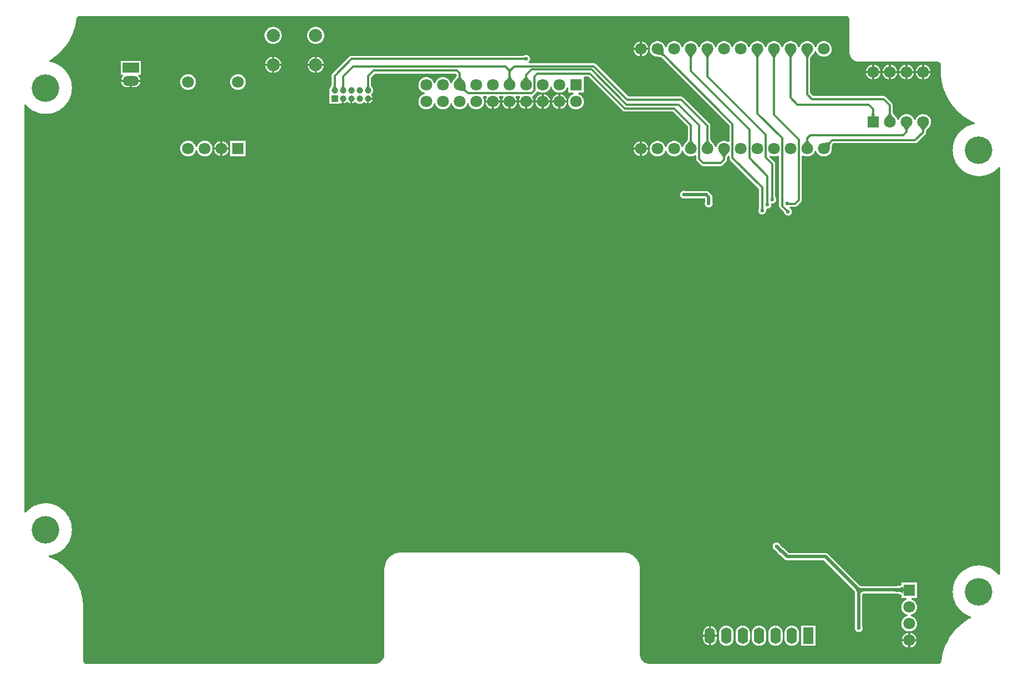
<source format=gbl>
G04*
G04 #@! TF.GenerationSoftware,Altium Limited,Altium Designer,23.3.1 (30)*
G04*
G04 Layer_Physical_Order=2*
G04 Layer_Color=16711680*
%FSLAX44Y44*%
%MOMM*%
G71*
G04*
G04 #@! TF.SameCoordinates,414C3010-CE14-4ABF-8636-14FEAC747614*
G04*
G04*
G04 #@! TF.FilePolarity,Positive*
G04*
G01*
G75*
%ADD10C,0.3000*%
%ADD46C,0.5000*%
%ADD51R,1.8000X1.8000*%
%ADD52C,1.8000*%
%ADD53C,1.0000*%
%ADD54R,1.0000X1.0000*%
%ADD55R,1.8000X1.8000*%
%ADD56O,2.5000X1.5000*%
%ADD57R,2.5000X1.5000*%
%ADD58C,2.0000*%
%ADD59O,1.6000X2.5000*%
%ADD60R,1.6000X2.5000*%
%ADD61C,4.2000*%
%ADD62C,0.6000*%
G36*
X1261430Y994714D02*
X1262322Y994344D01*
X1263125Y993808D01*
X1263808Y993125D01*
X1264344Y992322D01*
X1264714Y991430D01*
X1264902Y990483D01*
Y940000D01*
X1264927Y939875D01*
X1264908Y939750D01*
X1264956Y938770D01*
X1265048Y938403D01*
Y938025D01*
X1265431Y936103D01*
X1265623Y935639D01*
X1265721Y935146D01*
X1266471Y933335D01*
X1266750Y932918D01*
X1266942Y932454D01*
X1268031Y930824D01*
X1268386Y930469D01*
X1268665Y930051D01*
X1270051Y928665D01*
X1270469Y928386D01*
X1270824Y928031D01*
X1272454Y926942D01*
X1272918Y926750D01*
X1273335Y926471D01*
X1275146Y925721D01*
X1275639Y925623D01*
X1276103Y925431D01*
X1278025Y925048D01*
X1278403D01*
X1278770Y924956D01*
X1279750Y924908D01*
X1279875Y924927D01*
X1280000Y924902D01*
X1400000Y924902D01*
X1400483D01*
X1401430Y924714D01*
X1402322Y924344D01*
X1403125Y923808D01*
X1403808Y923125D01*
X1404344Y922322D01*
X1404714Y921430D01*
X1404902Y920483D01*
Y910000D01*
X1404915Y909938D01*
X1404904Y909875D01*
X1405000Y905950D01*
X1405042Y905764D01*
X1405023Y905575D01*
X1405793Y897762D01*
X1405866Y897520D01*
Y897267D01*
X1407398Y889567D01*
X1407494Y889334D01*
X1407519Y889082D01*
X1409798Y881569D01*
X1409917Y881346D01*
X1409967Y881098D01*
X1412971Y873845D01*
X1413112Y873635D01*
X1413185Y873393D01*
X1416886Y866469D01*
X1417046Y866273D01*
X1417143Y866040D01*
X1421505Y859512D01*
X1421684Y859333D01*
X1421803Y859110D01*
X1426783Y853041D01*
X1426979Y852881D01*
X1427119Y852671D01*
X1432670Y847119D01*
X1432881Y846979D01*
X1433041Y846783D01*
X1439110Y841803D01*
X1439333Y841684D01*
X1439512Y841505D01*
X1446040Y837143D01*
X1446273Y837046D01*
X1446469Y836886D01*
X1453392Y833185D01*
X1453634Y833112D01*
X1453845Y832971D01*
X1456581Y831838D01*
X1456328Y829778D01*
X1456066Y829739D01*
X1454361Y829410D01*
X1452672Y829007D01*
X1451003Y828531D01*
X1449356Y827983D01*
X1447734Y827365D01*
X1446140Y826676D01*
X1444578Y825919D01*
X1443050Y825095D01*
X1441559Y824206D01*
X1440108Y823252D01*
X1438700Y822237D01*
X1437337Y821161D01*
X1436022Y820028D01*
X1434758Y818838D01*
X1433546Y817595D01*
X1432390Y816300D01*
X1431291Y814956D01*
X1430251Y813566D01*
X1429272Y812132D01*
X1428357Y810657D01*
X1427506Y809144D01*
X1426722Y807595D01*
X1426006Y806014D01*
X1425359Y804403D01*
X1424782Y802765D01*
X1424277Y801104D01*
X1423845Y799423D01*
X1423486Y797725D01*
X1423201Y796012D01*
X1422990Y794289D01*
X1422855Y792558D01*
X1422794Y790823D01*
X1422809Y789087D01*
X1422899Y787354D01*
X1423065Y785625D01*
X1423305Y783906D01*
X1423620Y782199D01*
X1424008Y780507D01*
X1424469Y778833D01*
X1425003Y777181D01*
X1425608Y775554D01*
X1426283Y773954D01*
X1427026Y772385D01*
X1427837Y770851D01*
X1428713Y769352D01*
X1429654Y767893D01*
X1430658Y766476D01*
X1431721Y765104D01*
X1432844Y763780D01*
X1434022Y762505D01*
X1435255Y761283D01*
X1436540Y760116D01*
X1437874Y759005D01*
X1439255Y757953D01*
X1440681Y756962D01*
X1442148Y756034D01*
X1443654Y755170D01*
X1445195Y754373D01*
X1446771Y753643D01*
X1448376Y752982D01*
X1450009Y752391D01*
X1451665Y751872D01*
X1453343Y751425D01*
X1455038Y751051D01*
X1456748Y750752D01*
X1458469Y750526D01*
X1460199Y750376D01*
X1461933Y750301D01*
X1462801Y750301D01*
X1462801Y750301D01*
X1463667Y750301D01*
X1465398Y750376D01*
X1467124Y750527D01*
X1468842Y750753D01*
X1470548Y751054D01*
X1472239Y751429D01*
X1473913Y751877D01*
X1475565Y752398D01*
X1477193Y752991D01*
X1478793Y753654D01*
X1480364Y754386D01*
X1481900Y755186D01*
X1483401Y756052D01*
X1484862Y756983D01*
X1486281Y757977D01*
X1487655Y759031D01*
X1488983Y760145D01*
X1490260Y761315D01*
X1491485Y762540D01*
X1492655Y763818D01*
X1492902Y764112D01*
X1494902Y763384D01*
X1494902Y141833D01*
X1492902Y141103D01*
X1492479Y141607D01*
X1491288Y142904D01*
X1490041Y144148D01*
X1488741Y145336D01*
X1487390Y146466D01*
X1485992Y147536D01*
X1484548Y148545D01*
X1483061Y149488D01*
X1481534Y150367D01*
X1479971Y151177D01*
X1478374Y151919D01*
X1476745Y152590D01*
X1475090Y153189D01*
X1473409Y153716D01*
X1471707Y154168D01*
X1469987Y154546D01*
X1468252Y154848D01*
X1466505Y155074D01*
X1464750Y155224D01*
X1462991Y155297D01*
X1462110Y155295D01*
Y155295D01*
X1461242Y155280D01*
X1459509Y155175D01*
X1457783Y154994D01*
X1456066Y154739D01*
X1454361Y154410D01*
X1452672Y154007D01*
X1451003Y153531D01*
X1449356Y152984D01*
X1447734Y152365D01*
X1446140Y151676D01*
X1444578Y150919D01*
X1443050Y150095D01*
X1441559Y149206D01*
X1440108Y148252D01*
X1438700Y147237D01*
X1437337Y146161D01*
X1436022Y145028D01*
X1434758Y143838D01*
X1433546Y142595D01*
X1432390Y141300D01*
X1431291Y139956D01*
X1430251Y138566D01*
X1429272Y137132D01*
X1428357Y135657D01*
X1427506Y134144D01*
X1426722Y132595D01*
X1426006Y131014D01*
X1425359Y129403D01*
X1424782Y127765D01*
X1424277Y126104D01*
X1423845Y124423D01*
X1423486Y122725D01*
X1423201Y121012D01*
X1422990Y119289D01*
X1422855Y117558D01*
X1422794Y115823D01*
X1422809Y114087D01*
X1422899Y112353D01*
X1423065Y110625D01*
X1423305Y108906D01*
X1423620Y107199D01*
X1424008Y105507D01*
X1424469Y103833D01*
X1425003Y102181D01*
X1425608Y100554D01*
X1426283Y98954D01*
X1427026Y97386D01*
X1427837Y95850D01*
X1428713Y94352D01*
X1429654Y92893D01*
X1430658Y91476D01*
X1431721Y90104D01*
X1432844Y88780D01*
X1434022Y87505D01*
X1435255Y86283D01*
X1436540Y85115D01*
X1437874Y84005D01*
X1439255Y82953D01*
X1440681Y81962D01*
X1442148Y81034D01*
X1443654Y80170D01*
X1445195Y79373D01*
X1446771Y78643D01*
X1448376Y77982D01*
X1450009Y77391D01*
X1450119Y77357D01*
X1450282Y75209D01*
X1449282Y74719D01*
X1449095Y74576D01*
X1448875Y74495D01*
X1442646Y70699D01*
X1442472Y70540D01*
X1442260Y70439D01*
X1436402Y66092D01*
X1436245Y65917D01*
X1436042Y65798D01*
X1430605Y60935D01*
X1430464Y60747D01*
X1430273Y60609D01*
X1425301Y55271D01*
X1425178Y55071D01*
X1425000Y54917D01*
X1420536Y49148D01*
X1420431Y48938D01*
X1420268Y48768D01*
X1416348Y42616D01*
X1416262Y42397D01*
X1416116Y42213D01*
X1412772Y35730D01*
X1412707Y35504D01*
X1412578Y35308D01*
X1409838Y28547D01*
X1409794Y28316D01*
X1409684Y28109D01*
X1407571Y21126D01*
X1407549Y20892D01*
X1407457Y20676D01*
X1405990Y13530D01*
X1405989Y13354D01*
X1405931Y13186D01*
X1405443Y9571D01*
X1405447Y9512D01*
X1405429Y9456D01*
X1405379Y9010D01*
X1405119Y8152D01*
X1404709Y7355D01*
X1404160Y6645D01*
X1403491Y6047D01*
X1402725Y5581D01*
X1401888Y5261D01*
X1401006Y5098D01*
X1400557D01*
X960000Y5098D01*
X958532D01*
X955653Y5670D01*
X952941Y6794D01*
X950500Y8425D01*
X948425Y10500D01*
X946794Y12941D01*
X945670Y15653D01*
X945098Y18532D01*
X945098Y20000D01*
X945098Y150000D01*
X945073Y150125D01*
X945092Y150250D01*
X944995Y152211D01*
X944903Y152577D01*
Y152955D01*
X944139Y156800D01*
X943947Y157264D01*
X943848Y157757D01*
X942348Y161379D01*
X942069Y161796D01*
X941877Y162260D01*
X939699Y165520D01*
X939344Y165875D01*
X939065Y166293D01*
X936293Y169065D01*
X935875Y169344D01*
X935520Y169699D01*
X932260Y171877D01*
X931796Y172069D01*
X931379Y172348D01*
X927757Y173848D01*
X927264Y173946D01*
X926800Y174139D01*
X922955Y174904D01*
X922577D01*
X922211Y174995D01*
X920250Y175092D01*
X920125Y175073D01*
X920000Y175098D01*
X580000Y175098D01*
X579875Y175073D01*
X579750Y175092D01*
X577789Y174995D01*
X577423Y174904D01*
X577045D01*
X573200Y174139D01*
X572736Y173946D01*
X572243Y173848D01*
X568621Y172348D01*
X568204Y172069D01*
X567740Y171877D01*
X564480Y169699D01*
X564125Y169344D01*
X563707Y169065D01*
X560935Y166293D01*
X560656Y165875D01*
X560301Y165520D01*
X558123Y162260D01*
X557931Y161796D01*
X557652Y161379D01*
X556151Y157757D01*
X556054Y157264D01*
X555861Y156800D01*
X555097Y152955D01*
Y152577D01*
X555005Y152211D01*
X554908Y150250D01*
X554927Y150125D01*
X554902Y150000D01*
X554902Y20000D01*
Y18532D01*
X554329Y15653D01*
X553206Y12941D01*
X551575Y10500D01*
X549500Y8425D01*
X547059Y6794D01*
X544347Y5670D01*
X541468Y5098D01*
X540000Y5098D01*
X100000Y5098D01*
X99517D01*
X98570Y5286D01*
X97678Y5656D01*
X96875Y6192D01*
X96192Y6875D01*
X95656Y7678D01*
X95286Y8570D01*
X95098Y9517D01*
Y10000D01*
Y90000D01*
X95085Y90063D01*
X95096Y90125D01*
X95000Y94051D01*
X94958Y94236D01*
X94977Y94425D01*
X94207Y102238D01*
X94134Y102480D01*
Y102733D01*
X92602Y110433D01*
X92506Y110667D01*
X92481Y110918D01*
X90202Y118431D01*
X90083Y118654D01*
X90033Y118902D01*
X87029Y126155D01*
X86888Y126366D01*
X86815Y126608D01*
X83114Y133532D01*
X82954Y133727D01*
X82857Y133961D01*
X78495Y140488D01*
X78316Y140667D01*
X78197Y140890D01*
X73217Y146959D01*
X73021Y147119D01*
X72881Y147330D01*
X67329Y152881D01*
X67119Y153021D01*
X66959Y153217D01*
X60890Y158197D01*
X60667Y158317D01*
X60488Y158496D01*
X53960Y162857D01*
X53727Y162954D01*
X53531Y163114D01*
X46607Y166815D01*
X46365Y166889D01*
X46155Y167029D01*
X42470Y168555D01*
X42741Y170608D01*
X43841Y170753D01*
X45547Y171054D01*
X47239Y171429D01*
X48912Y171877D01*
X50565Y172398D01*
X52193Y172991D01*
X53793Y173654D01*
X55363Y174386D01*
X56900Y175186D01*
X58401Y176052D01*
X59862Y176983D01*
X61281Y177976D01*
X62655Y179031D01*
X63983Y180145D01*
X65260Y181315D01*
X66485Y182540D01*
X67655Y183817D01*
X68769Y185145D01*
X69824Y186519D01*
X70817Y187938D01*
X71748Y189399D01*
X72614Y190900D01*
X73414Y192436D01*
X74146Y194007D01*
X74809Y195607D01*
X75402Y197235D01*
X75923Y198888D01*
X76371Y200561D01*
X76746Y202252D01*
X77047Y203958D01*
X77273Y205676D01*
X77424Y207402D01*
X77500Y209133D01*
X77500Y209999D01*
X77500Y210880D01*
X77423Y212639D01*
X77269Y214394D01*
X77039Y216140D01*
X76733Y217874D01*
X76351Y219593D01*
X75894Y221294D01*
X75364Y222973D01*
X74761Y224628D01*
X74086Y226255D01*
X73341Y227850D01*
X72526Y229412D01*
X71645Y230936D01*
X70697Y232421D01*
X69686Y233862D01*
X68612Y235259D01*
X67479Y236607D01*
X66288Y237904D01*
X65041Y239148D01*
X63741Y240336D01*
X62390Y241466D01*
X60992Y242536D01*
X59548Y243544D01*
X58061Y244488D01*
X56534Y245367D01*
X54971Y246177D01*
X53374Y246919D01*
X51745Y247590D01*
X50089Y248189D01*
X48409Y248716D01*
X46707Y249168D01*
X44987Y249546D01*
X43252Y249848D01*
X41505Y250074D01*
X39750Y250224D01*
X37991Y250297D01*
X37110Y250295D01*
Y250294D01*
X36242Y250280D01*
X34509Y250174D01*
X32783Y249994D01*
X31066Y249739D01*
X29361Y249410D01*
X27672Y249007D01*
X26003Y248531D01*
X24355Y247983D01*
X22734Y247365D01*
X21140Y246676D01*
X19577Y245919D01*
X18049Y245095D01*
X16559Y244206D01*
X15108Y243252D01*
X13700Y242237D01*
X12337Y241161D01*
X11022Y240028D01*
X9758Y238838D01*
X8546Y237595D01*
X7390Y236300D01*
X7098Y235943D01*
X5098Y236657D01*
Y858934D01*
X5503Y859226D01*
X7098Y859660D01*
X7844Y858780D01*
X9022Y857505D01*
X10255Y856283D01*
X11540Y855116D01*
X12874Y854005D01*
X14255Y852953D01*
X15681Y851962D01*
X17148Y851034D01*
X18654Y850170D01*
X20196Y849373D01*
X21771Y848643D01*
X23376Y847982D01*
X25008Y847391D01*
X26665Y846872D01*
X28343Y846425D01*
X30038Y846051D01*
X31748Y845752D01*
X33469Y845526D01*
X35199Y845376D01*
X36933Y845301D01*
X37801Y845301D01*
X37801Y845301D01*
X38667Y845301D01*
X40398Y845376D01*
X42124Y845527D01*
X43842Y845753D01*
X45548Y846054D01*
X47239Y846429D01*
X48913Y846877D01*
X50565Y847398D01*
X52193Y847991D01*
X53793Y848654D01*
X55364Y849386D01*
X56900Y850186D01*
X58401Y851052D01*
X59862Y851983D01*
X61281Y852977D01*
X62656Y854031D01*
X63983Y855145D01*
X65260Y856315D01*
X66485Y857540D01*
X67656Y858818D01*
X68769Y860145D01*
X69824Y861519D01*
X70817Y862938D01*
X71748Y864399D01*
X72614Y865900D01*
X73415Y867437D01*
X74147Y869007D01*
X74810Y870607D01*
X75402Y872235D01*
X75923Y873888D01*
X76371Y875561D01*
X76746Y877253D01*
X77047Y878959D01*
X77273Y880676D01*
X77424Y882402D01*
X77500Y884133D01*
X77500Y884999D01*
X77500Y885880D01*
X77423Y887639D01*
X77269Y889394D01*
X77039Y891140D01*
X76733Y892874D01*
X76351Y894593D01*
X75894Y896294D01*
X75364Y897973D01*
X74761Y899628D01*
X74086Y901255D01*
X73341Y902850D01*
X72526Y904412D01*
X71645Y905937D01*
X70697Y907421D01*
X69686Y908863D01*
X68612Y910259D01*
X67479Y911607D01*
X66288Y912904D01*
X65041Y914148D01*
X63741Y915336D01*
X62390Y916466D01*
X60992Y917536D01*
X59548Y918544D01*
X58061Y919489D01*
X56535Y920367D01*
X54971Y921177D01*
X53374Y921919D01*
X51746Y922590D01*
X50090Y923189D01*
X48409Y923716D01*
X46707Y924168D01*
X44987Y924546D01*
X43732Y924764D01*
X43283Y926030D01*
X43305Y926858D01*
X48991Y930428D01*
X49201Y930627D01*
X49458Y930759D01*
X56481Y936359D01*
X56668Y936580D01*
X56908Y936740D01*
X63260Y943092D01*
X63420Y943332D01*
X63641Y943519D01*
X69241Y950543D01*
X69373Y950799D01*
X69572Y951010D01*
X74349Y958617D01*
X74452Y958887D01*
X74626Y959118D01*
X78520Y967213D01*
X78592Y967493D01*
X78738Y967742D01*
X81700Y976222D01*
X81741Y976508D01*
X81858Y976772D01*
X83851Y985531D01*
X83857Y985748D01*
X83928Y985953D01*
X84553Y990403D01*
X84549Y990475D01*
X84571Y990545D01*
X84621Y990991D01*
X84880Y991849D01*
X85292Y992646D01*
X85840Y993355D01*
X86509Y993953D01*
X87275Y994420D01*
X88112Y994740D01*
X88995Y994902D01*
X89443Y994902D01*
X1260483D01*
X1261430Y994714D01*
D02*
G37*
%LPC*%
G36*
X450000Y978258D02*
X449072Y978225D01*
X448149Y978126D01*
X447235Y977961D01*
X446335Y977731D01*
X445454Y977438D01*
X444596Y977083D01*
X443766Y976667D01*
X442967Y976193D01*
X442204Y975664D01*
X441481Y975081D01*
X440802Y974448D01*
X440169Y973769D01*
X439586Y973046D01*
X439057Y972283D01*
X438583Y971484D01*
X438167Y970654D01*
X437812Y969796D01*
X437519Y968915D01*
X437289Y968015D01*
X437124Y967101D01*
X437025Y966178D01*
X436992Y965250D01*
X437025Y964322D01*
X437124Y963399D01*
X437289Y962485D01*
X437519Y961585D01*
X437812Y960704D01*
X438167Y959846D01*
X438583Y959016D01*
X439057Y958217D01*
X439586Y957454D01*
X440169Y956731D01*
X440802Y956052D01*
X441481Y955419D01*
X442204Y954836D01*
X442967Y954307D01*
X443766Y953833D01*
X444596Y953417D01*
X445454Y953062D01*
X446335Y952769D01*
X447235Y952539D01*
X448149Y952374D01*
X449072Y952275D01*
X450000Y952242D01*
X450928Y952275D01*
X451851Y952374D01*
X452765Y952539D01*
X453665Y952769D01*
X454546Y953062D01*
X455404Y953417D01*
X456234Y953833D01*
X457033Y954307D01*
X457796Y954836D01*
X458519Y955419D01*
X459198Y956052D01*
X459831Y956731D01*
X460414Y957454D01*
X460943Y958217D01*
X461417Y959016D01*
X461833Y959846D01*
X462188Y960704D01*
X462481Y961585D01*
X462711Y962485D01*
X462876Y963399D01*
X462975Y964322D01*
X463008Y965250D01*
X462975Y966178D01*
X462876Y967101D01*
X462711Y968015D01*
X462481Y968915D01*
X462188Y969796D01*
X461833Y970654D01*
X461417Y971484D01*
X460943Y972283D01*
X460414Y973046D01*
X459831Y973769D01*
X459198Y974448D01*
X458519Y975081D01*
X457796Y975664D01*
X457033Y976193D01*
X456234Y976667D01*
X455404Y977083D01*
X454546Y977438D01*
X453665Y977731D01*
X452765Y977961D01*
X451851Y978126D01*
X450928Y978225D01*
X450000Y978258D01*
D02*
G37*
G36*
X385000D02*
X384072Y978225D01*
X383149Y978126D01*
X382235Y977961D01*
X381335Y977731D01*
X380454Y977438D01*
X379596Y977083D01*
X378766Y976667D01*
X377967Y976193D01*
X377204Y975664D01*
X376481Y975081D01*
X375802Y974448D01*
X375169Y973769D01*
X374586Y973046D01*
X374057Y972283D01*
X373583Y971484D01*
X373167Y970654D01*
X372812Y969796D01*
X372519Y968915D01*
X372289Y968015D01*
X372124Y967101D01*
X372025Y966178D01*
X371992Y965250D01*
X372025Y964322D01*
X372124Y963399D01*
X372289Y962485D01*
X372519Y961585D01*
X372812Y960704D01*
X373167Y959846D01*
X373583Y959016D01*
X374057Y958217D01*
X374586Y957454D01*
X375169Y956731D01*
X375802Y956052D01*
X376481Y955419D01*
X377204Y954836D01*
X377967Y954307D01*
X378766Y953833D01*
X379596Y953417D01*
X380454Y953062D01*
X381335Y952769D01*
X382235Y952539D01*
X383149Y952374D01*
X384072Y952275D01*
X385000Y952242D01*
X385928Y952275D01*
X386851Y952374D01*
X387765Y952539D01*
X388665Y952769D01*
X389546Y953062D01*
X390404Y953417D01*
X391234Y953833D01*
X392033Y954307D01*
X392796Y954836D01*
X393519Y955419D01*
X394198Y956052D01*
X394831Y956731D01*
X395414Y957454D01*
X395943Y958217D01*
X396417Y959016D01*
X396833Y959846D01*
X397188Y960704D01*
X397481Y961585D01*
X397711Y962485D01*
X397876Y963399D01*
X397975Y964322D01*
X398008Y965250D01*
X397975Y966178D01*
X397876Y967101D01*
X397711Y968015D01*
X397481Y968915D01*
X397188Y969796D01*
X396833Y970654D01*
X396417Y971484D01*
X395943Y972283D01*
X395414Y973046D01*
X394831Y973769D01*
X394198Y974448D01*
X393519Y975081D01*
X392796Y975664D01*
X392033Y976193D01*
X391234Y976667D01*
X390404Y977083D01*
X389546Y977438D01*
X388665Y977731D01*
X387765Y977961D01*
X386851Y978126D01*
X385928Y978225D01*
X385000Y978258D01*
D02*
G37*
G36*
X1225950Y956509D02*
X1225008Y956472D01*
X1224071Y956361D01*
X1223147Y956177D01*
X1222239Y955921D01*
X1221354Y955595D01*
X1220498Y955200D01*
X1219675Y954740D01*
X1218891Y954216D01*
X1218151Y953632D01*
X1217458Y952992D01*
X1216818Y952299D01*
X1216234Y951559D01*
X1215710Y950775D01*
X1215250Y949952D01*
X1214855Y949096D01*
X1214529Y948211D01*
X1214273Y947303D01*
X1214270Y947289D01*
X1212230D01*
X1212227Y947303D01*
X1211972Y948211D01*
X1211645Y949096D01*
X1211250Y949952D01*
X1210790Y950775D01*
X1210266Y951559D01*
X1209682Y952299D01*
X1209042Y952992D01*
X1208349Y953632D01*
X1207609Y954216D01*
X1206825Y954740D01*
X1206002Y955200D01*
X1205146Y955595D01*
X1204261Y955921D01*
X1203354Y956177D01*
X1202429Y956361D01*
X1201492Y956472D01*
X1200550Y956509D01*
X1199608Y956472D01*
X1198671Y956361D01*
X1197747Y956177D01*
X1196839Y955921D01*
X1195954Y955595D01*
X1195098Y955200D01*
X1194275Y954740D01*
X1193491Y954216D01*
X1192751Y953632D01*
X1192058Y952992D01*
X1191418Y952299D01*
X1190834Y951559D01*
X1190310Y950775D01*
X1189850Y949952D01*
X1189455Y949096D01*
X1189128Y948211D01*
X1188873Y947303D01*
X1188870Y947289D01*
X1186830D01*
X1186827Y947303D01*
X1186572Y948211D01*
X1186245Y949096D01*
X1185850Y949952D01*
X1185390Y950775D01*
X1184866Y951559D01*
X1184282Y952299D01*
X1183642Y952992D01*
X1182949Y953632D01*
X1182209Y954216D01*
X1181425Y954740D01*
X1180602Y955200D01*
X1179746Y955595D01*
X1178861Y955921D01*
X1177953Y956177D01*
X1177029Y956361D01*
X1176092Y956472D01*
X1175150Y956509D01*
X1174208Y956472D01*
X1173271Y956361D01*
X1172346Y956177D01*
X1171439Y955921D01*
X1170554Y955595D01*
X1169698Y955200D01*
X1168875Y954740D01*
X1168091Y954216D01*
X1167351Y953632D01*
X1166658Y952992D01*
X1166018Y952299D01*
X1165434Y951559D01*
X1164910Y950775D01*
X1164450Y949952D01*
X1164055Y949096D01*
X1163728Y948211D01*
X1163473Y947303D01*
X1163470Y947289D01*
X1161430D01*
X1161427Y947303D01*
X1161171Y948211D01*
X1160845Y949096D01*
X1160450Y949952D01*
X1159990Y950775D01*
X1159466Y951559D01*
X1158882Y952299D01*
X1158242Y952992D01*
X1157549Y953632D01*
X1156809Y954216D01*
X1156025Y954740D01*
X1155202Y955200D01*
X1154346Y955595D01*
X1153461Y955921D01*
X1152553Y956177D01*
X1151629Y956361D01*
X1150692Y956472D01*
X1149750Y956509D01*
X1148808Y956472D01*
X1147871Y956361D01*
X1146946Y956177D01*
X1146039Y955921D01*
X1145154Y955595D01*
X1144298Y955200D01*
X1143475Y954740D01*
X1142691Y954216D01*
X1141951Y953632D01*
X1141258Y952992D01*
X1140618Y952299D01*
X1140034Y951559D01*
X1139510Y950775D01*
X1139050Y949952D01*
X1138655Y949096D01*
X1138328Y948211D01*
X1138073Y947303D01*
X1138070Y947289D01*
X1136030D01*
X1136027Y947303D01*
X1135771Y948211D01*
X1135445Y949096D01*
X1135050Y949952D01*
X1134590Y950775D01*
X1134066Y951559D01*
X1133482Y952299D01*
X1132842Y952992D01*
X1132149Y953632D01*
X1131409Y954216D01*
X1130625Y954740D01*
X1129802Y955200D01*
X1128946Y955595D01*
X1128061Y955921D01*
X1127153Y956177D01*
X1126229Y956361D01*
X1125292Y956472D01*
X1124350Y956509D01*
X1123408Y956472D01*
X1122471Y956361D01*
X1121546Y956177D01*
X1120639Y955921D01*
X1119754Y955595D01*
X1118898Y955200D01*
X1118075Y954740D01*
X1117291Y954216D01*
X1116551Y953632D01*
X1115858Y952992D01*
X1115218Y952299D01*
X1114634Y951559D01*
X1114110Y950775D01*
X1113650Y949952D01*
X1113255Y949096D01*
X1112928Y948211D01*
X1112673Y947303D01*
X1112670Y947289D01*
X1110630D01*
X1110627Y947303D01*
X1110371Y948211D01*
X1110045Y949096D01*
X1109650Y949952D01*
X1109190Y950775D01*
X1108666Y951559D01*
X1108082Y952299D01*
X1107442Y952992D01*
X1106749Y953632D01*
X1106009Y954216D01*
X1105225Y954740D01*
X1104402Y955200D01*
X1103546Y955595D01*
X1102661Y955921D01*
X1101753Y956177D01*
X1100829Y956361D01*
X1099892Y956472D01*
X1098950Y956509D01*
X1098008Y956472D01*
X1097071Y956361D01*
X1096146Y956177D01*
X1095239Y955921D01*
X1094354Y955595D01*
X1093498Y955200D01*
X1092675Y954740D01*
X1091891Y954216D01*
X1091151Y953632D01*
X1090458Y952992D01*
X1089818Y952299D01*
X1089234Y951559D01*
X1088710Y950775D01*
X1088250Y949952D01*
X1087855Y949096D01*
X1087529Y948211D01*
X1087273Y947303D01*
X1087270Y947289D01*
X1085230D01*
X1085227Y947303D01*
X1084971Y948211D01*
X1084645Y949096D01*
X1084250Y949952D01*
X1083790Y950775D01*
X1083266Y951559D01*
X1082682Y952299D01*
X1082042Y952992D01*
X1081349Y953632D01*
X1080609Y954216D01*
X1079825Y954740D01*
X1079002Y955200D01*
X1078146Y955595D01*
X1077261Y955921D01*
X1076354Y956177D01*
X1075429Y956361D01*
X1074492Y956472D01*
X1073550Y956509D01*
X1072608Y956472D01*
X1071671Y956361D01*
X1070747Y956177D01*
X1069839Y955921D01*
X1068954Y955595D01*
X1068098Y955200D01*
X1067275Y954740D01*
X1066491Y954216D01*
X1065751Y953632D01*
X1065058Y952992D01*
X1064418Y952299D01*
X1063834Y951559D01*
X1063310Y950775D01*
X1062850Y949952D01*
X1062455Y949096D01*
X1062129Y948211D01*
X1061873Y947303D01*
X1061870Y947289D01*
X1059830D01*
X1059827Y947303D01*
X1059572Y948211D01*
X1059245Y949096D01*
X1058850Y949952D01*
X1058390Y950775D01*
X1057866Y951559D01*
X1057282Y952299D01*
X1056642Y952992D01*
X1055949Y953632D01*
X1055209Y954216D01*
X1054425Y954740D01*
X1053602Y955200D01*
X1052746Y955595D01*
X1051861Y955921D01*
X1050954Y956177D01*
X1050029Y956361D01*
X1049092Y956472D01*
X1048150Y956509D01*
X1047208Y956472D01*
X1046271Y956361D01*
X1045347Y956177D01*
X1044439Y955921D01*
X1043554Y955595D01*
X1042698Y955200D01*
X1041875Y954740D01*
X1041091Y954216D01*
X1040351Y953632D01*
X1039658Y952992D01*
X1039018Y952299D01*
X1038434Y951559D01*
X1037910Y950775D01*
X1037450Y949952D01*
X1037055Y949096D01*
X1036729Y948211D01*
X1036473Y947303D01*
X1036470Y947289D01*
X1034430D01*
X1034427Y947303D01*
X1034172Y948211D01*
X1033845Y949096D01*
X1033450Y949952D01*
X1032990Y950775D01*
X1032466Y951559D01*
X1031882Y952299D01*
X1031242Y952992D01*
X1030549Y953632D01*
X1029809Y954216D01*
X1029025Y954740D01*
X1028202Y955200D01*
X1027346Y955595D01*
X1026461Y955921D01*
X1025554Y956177D01*
X1024629Y956361D01*
X1023692Y956472D01*
X1022750Y956509D01*
X1021808Y956472D01*
X1020871Y956361D01*
X1019947Y956177D01*
X1019039Y955921D01*
X1018154Y955595D01*
X1017298Y955200D01*
X1016475Y954740D01*
X1015691Y954216D01*
X1014951Y953632D01*
X1014258Y952992D01*
X1013618Y952299D01*
X1013034Y951559D01*
X1012510Y950775D01*
X1012050Y949952D01*
X1011655Y949096D01*
X1011329Y948211D01*
X1011073Y947303D01*
X1011070Y947289D01*
X1009030D01*
X1009027Y947303D01*
X1008772Y948211D01*
X1008445Y949096D01*
X1008050Y949952D01*
X1007590Y950775D01*
X1007066Y951559D01*
X1006482Y952299D01*
X1005842Y952992D01*
X1005149Y953632D01*
X1004409Y954216D01*
X1003625Y954740D01*
X1002802Y955200D01*
X1001946Y955595D01*
X1001061Y955921D01*
X1000154Y956177D01*
X999229Y956361D01*
X998292Y956472D01*
X997350Y956509D01*
X996408Y956472D01*
X995471Y956361D01*
X994547Y956177D01*
X993639Y955921D01*
X992754Y955595D01*
X991898Y955200D01*
X991075Y954740D01*
X990291Y954216D01*
X989551Y953632D01*
X988858Y952992D01*
X988218Y952299D01*
X987634Y951559D01*
X987110Y950775D01*
X986650Y949952D01*
X986255Y949096D01*
X985928Y948211D01*
X985673Y947303D01*
X985670Y947289D01*
X983630D01*
X983627Y947303D01*
X983372Y948211D01*
X983045Y949096D01*
X982650Y949952D01*
X982190Y950775D01*
X981666Y951559D01*
X981082Y952299D01*
X980442Y952992D01*
X979749Y953632D01*
X979009Y954216D01*
X978225Y954740D01*
X977402Y955200D01*
X976546Y955595D01*
X975661Y955921D01*
X974753Y956177D01*
X973829Y956361D01*
X972892Y956472D01*
X971950Y956509D01*
X971008Y956472D01*
X970071Y956361D01*
X969146Y956177D01*
X968239Y955921D01*
X967354Y955595D01*
X966498Y955200D01*
X965675Y954740D01*
X964891Y954216D01*
X964151Y953632D01*
X963458Y952992D01*
X962818Y952299D01*
X962234Y951559D01*
X961710Y950775D01*
X961250Y949952D01*
X960855Y949096D01*
X960528Y948211D01*
X960273Y947303D01*
X960089Y946379D01*
X959978Y945442D01*
X959941Y944500D01*
X959978Y943558D01*
X960089Y942621D01*
X960273Y941696D01*
X960528Y940789D01*
X960855Y939904D01*
X961250Y939048D01*
X961710Y938225D01*
X962234Y937441D01*
X962818Y936701D01*
X963458Y936008D01*
X964151Y935368D01*
X964891Y934784D01*
X965675Y934260D01*
X966498Y933800D01*
X967354Y933405D01*
X968239Y933079D01*
X969146Y932823D01*
X970071Y932639D01*
X971008Y932528D01*
X971770Y932498D01*
X971831Y932492D01*
X973052Y932464D01*
X975199Y932292D01*
X976038Y932163D01*
X976792Y932001D01*
X977423Y931819D01*
X977929Y931627D01*
X978309Y931438D01*
X978570Y931269D01*
X978812Y931060D01*
X1081990Y827882D01*
Y803273D01*
X1081675Y802941D01*
X1079990Y802229D01*
X1079825Y802340D01*
X1079002Y802800D01*
X1078146Y803195D01*
X1077261Y803521D01*
X1076354Y803777D01*
X1075429Y803961D01*
X1074492Y804072D01*
X1073550Y804109D01*
X1072608Y804072D01*
X1071671Y803961D01*
X1070747Y803777D01*
X1069839Y803521D01*
X1068954Y803195D01*
X1068098Y802800D01*
X1067275Y802340D01*
X1066491Y801816D01*
X1065751Y801232D01*
X1065058Y800592D01*
X1064418Y799899D01*
X1063834Y799159D01*
X1063310Y798375D01*
X1062850Y797552D01*
X1062455Y796696D01*
X1062129Y795811D01*
X1061873Y794903D01*
X1061870Y794889D01*
X1059830D01*
X1059827Y794903D01*
X1059572Y795811D01*
X1059245Y796696D01*
X1058850Y797552D01*
X1058390Y798375D01*
X1057866Y799159D01*
X1057282Y799899D01*
X1056642Y800592D01*
X1056604Y800626D01*
X1056593Y800640D01*
X1055744Y801501D01*
X1054341Y803106D01*
X1053840Y803774D01*
X1053421Y804409D01*
X1053104Y804973D01*
X1052883Y805459D01*
X1052748Y805855D01*
X1052684Y806158D01*
X1052660Y806481D01*
Y827100D01*
X1052621Y827689D01*
X1052506Y828267D01*
X1052316Y828826D01*
X1052056Y829355D01*
X1051728Y829845D01*
X1051339Y830289D01*
X1011439Y870189D01*
X1010995Y870578D01*
X1010505Y870905D01*
X1009976Y871166D01*
X1009417Y871356D01*
X1008839Y871471D01*
X1008250Y871510D01*
X927618D01*
X877939Y921189D01*
X877495Y921578D01*
X877005Y921905D01*
X876476Y922166D01*
X875917Y922356D01*
X875339Y922471D01*
X874750Y922510D01*
X775578D01*
X774565Y924271D01*
X774585Y924510D01*
X774997Y924802D01*
X775499Y925251D01*
X775948Y925753D01*
X776338Y926303D01*
X776664Y926893D01*
X776922Y927515D01*
X777109Y928163D01*
X777222Y928827D01*
X777259Y929500D01*
X777222Y930173D01*
X777109Y930837D01*
X776922Y931485D01*
X776664Y932107D01*
X776338Y932697D01*
X775948Y933247D01*
X775499Y933749D01*
X774997Y934198D01*
X774447Y934588D01*
X773857Y934914D01*
X773235Y935172D01*
X772587Y935359D01*
X771923Y935472D01*
X771250Y935509D01*
X770577Y935472D01*
X769913Y935359D01*
X769265Y935172D01*
X768643Y934914D01*
X768053Y934588D01*
X767503Y934198D01*
X767324Y934038D01*
X767023Y934013D01*
X766844Y934010D01*
X504750D01*
X504161Y933971D01*
X503583Y933856D01*
X503024Y933666D01*
X502495Y933405D01*
X502005Y933078D01*
X501561Y932689D01*
X475661Y906789D01*
X475272Y906345D01*
X474944Y905855D01*
X474684Y905326D01*
X474494Y904767D01*
X474379Y904189D01*
X474340Y903600D01*
Y889179D01*
X474330Y888946D01*
X474307Y888778D01*
X474268Y888609D01*
X474210Y888432D01*
X474130Y888244D01*
X474023Y888041D01*
X473885Y887822D01*
X473710Y887586D01*
X473497Y887335D01*
X473198Y887024D01*
X473186Y887014D01*
X472659Y886431D01*
X472190Y885800D01*
X471786Y885126D01*
X471450Y884415D01*
X471185Y883675D01*
X470994Y882913D01*
X470879Y882135D01*
X470840Y881350D01*
X470879Y880565D01*
X470994Y879787D01*
X471185Y879025D01*
X471319Y878650D01*
X470852Y876650D01*
X470852D01*
Y860650D01*
X486852D01*
Y860650D01*
X488414Y861708D01*
X488755Y861898D01*
X489430Y861656D01*
X490052Y861500D01*
Y868650D01*
X493052D01*
Y861500D01*
X493673Y861656D01*
X494349Y861898D01*
X494997Y862204D01*
X495612Y862573D01*
X496188Y863000D01*
X496592Y863366D01*
X496929Y863541D01*
X497027Y863569D01*
X498776D01*
X498875Y863541D01*
X499211Y863366D01*
X499615Y863000D01*
X500191Y862573D01*
X500806Y862204D01*
X501455Y861898D01*
X502130Y861656D01*
X502752Y861500D01*
Y868650D01*
X505752D01*
Y861500D01*
X506373Y861656D01*
X507049Y861898D01*
X507697Y862204D01*
X508312Y862573D01*
X508761Y862906D01*
X509072Y863056D01*
X509983Y863333D01*
X510785Y863120D01*
X511429Y862851D01*
X511485Y862808D01*
X511870Y862458D01*
X512502Y861990D01*
X513176Y861586D01*
X513886Y861250D01*
X514627Y860985D01*
X515389Y860794D01*
X516166Y860679D01*
X516952Y860640D01*
X517737Y860679D01*
X518514Y860794D01*
X519277Y860985D01*
X520017Y861250D01*
X520727Y861586D01*
X521401Y861990D01*
X522033Y862458D01*
X522419Y862808D01*
X522475Y862851D01*
X523118Y863120D01*
X523921Y863333D01*
X524832Y863056D01*
X525142Y862906D01*
X525591Y862573D01*
X526206Y862204D01*
X526855Y861898D01*
X527530Y861656D01*
X528152Y861500D01*
Y868650D01*
X529652D01*
Y870150D01*
X536801D01*
X536646Y870772D01*
X536404Y871447D01*
X536097Y872095D01*
X535729Y872710D01*
X535395Y873161D01*
X535246Y873467D01*
X534968Y874380D01*
X535179Y875179D01*
X535450Y875827D01*
X535493Y875884D01*
X535841Y876269D01*
X536310Y876900D01*
X536714Y877574D01*
X537050Y878285D01*
X537315Y879025D01*
X537506Y879787D01*
X537621Y880565D01*
X537660Y881350D01*
X537621Y882135D01*
X537506Y882913D01*
X537315Y883675D01*
X537050Y884415D01*
X536714Y885126D01*
X536310Y885800D01*
X535841Y886431D01*
X535314Y887014D01*
X535302Y887024D01*
X535003Y887335D01*
X534790Y887586D01*
X534615Y887822D01*
X534477Y888041D01*
X534370Y888244D01*
X534290Y888432D01*
X534232Y888609D01*
X534193Y888778D01*
X534170Y888946D01*
X534160Y889179D01*
Y901032D01*
X540118Y906990D01*
X663382D01*
X665140Y905232D01*
Y903881D01*
X665116Y903558D01*
X665052Y903255D01*
X664917Y902859D01*
X664696Y902373D01*
X664379Y901809D01*
X663960Y901174D01*
X663458Y900506D01*
X662055Y898901D01*
X661207Y898040D01*
X661196Y898027D01*
X661158Y897992D01*
X660518Y897299D01*
X659934Y896559D01*
X659410Y895775D01*
X658950Y894952D01*
X658555Y894096D01*
X658229Y893211D01*
X657973Y892303D01*
X657970Y892289D01*
X655930D01*
X655927Y892303D01*
X655671Y893211D01*
X655345Y894096D01*
X654950Y894952D01*
X654490Y895775D01*
X653966Y896559D01*
X653382Y897299D01*
X652742Y897992D01*
X652049Y898632D01*
X651309Y899216D01*
X650525Y899740D01*
X649702Y900200D01*
X648846Y900595D01*
X647961Y900921D01*
X647054Y901177D01*
X646129Y901361D01*
X645192Y901472D01*
X644250Y901509D01*
X643308Y901472D01*
X642371Y901361D01*
X641447Y901177D01*
X640539Y900921D01*
X639654Y900595D01*
X638798Y900200D01*
X637975Y899740D01*
X637191Y899216D01*
X636451Y898632D01*
X635758Y897992D01*
X635118Y897299D01*
X634534Y896559D01*
X634010Y895775D01*
X633550Y894952D01*
X633155Y894096D01*
X632828Y893211D01*
X632573Y892303D01*
X632570Y892289D01*
X630530D01*
X630527Y892303D01*
X630271Y893211D01*
X629945Y894096D01*
X629550Y894952D01*
X629090Y895775D01*
X628566Y896559D01*
X627982Y897299D01*
X627342Y897992D01*
X626649Y898632D01*
X625909Y899216D01*
X625125Y899740D01*
X624302Y900200D01*
X623446Y900595D01*
X622561Y900921D01*
X621654Y901177D01*
X620729Y901361D01*
X619792Y901472D01*
X618850Y901509D01*
X617908Y901472D01*
X616971Y901361D01*
X616046Y901177D01*
X615139Y900921D01*
X614254Y900595D01*
X613398Y900200D01*
X612575Y899740D01*
X611791Y899216D01*
X611051Y898632D01*
X610358Y897992D01*
X609718Y897299D01*
X609134Y896559D01*
X608610Y895775D01*
X608150Y894952D01*
X607755Y894096D01*
X607429Y893211D01*
X607173Y892303D01*
X606989Y891379D01*
X606878Y890442D01*
X606841Y889500D01*
X606878Y888558D01*
X606989Y887621D01*
X607173Y886696D01*
X607429Y885789D01*
X607755Y884904D01*
X608150Y884048D01*
X608610Y883225D01*
X609134Y882441D01*
X609718Y881701D01*
X610358Y881008D01*
X611051Y880368D01*
X611791Y879784D01*
X612575Y879260D01*
X613398Y878800D01*
X614254Y878405D01*
X615139Y878079D01*
X616046Y877823D01*
X616062Y877820D01*
Y875780D01*
X616046Y875777D01*
X615139Y875521D01*
X614254Y875195D01*
X613398Y874800D01*
X612575Y874340D01*
X611791Y873816D01*
X611051Y873232D01*
X610358Y872592D01*
X609718Y871899D01*
X609134Y871159D01*
X608610Y870375D01*
X608150Y869552D01*
X607755Y868696D01*
X607429Y867811D01*
X607173Y866904D01*
X606989Y865979D01*
X606878Y865042D01*
X606841Y864100D01*
X606878Y863158D01*
X606989Y862221D01*
X607173Y861296D01*
X607429Y860389D01*
X607755Y859504D01*
X608150Y858648D01*
X608610Y857825D01*
X609134Y857041D01*
X609718Y856301D01*
X610358Y855608D01*
X611051Y854968D01*
X611791Y854384D01*
X612575Y853860D01*
X613398Y853400D01*
X614254Y853005D01*
X615139Y852679D01*
X616046Y852423D01*
X616971Y852239D01*
X617908Y852128D01*
X618850Y852091D01*
X619792Y852128D01*
X620729Y852239D01*
X621654Y852423D01*
X622561Y852679D01*
X623446Y853005D01*
X624302Y853400D01*
X625125Y853860D01*
X625909Y854384D01*
X626649Y854968D01*
X627342Y855608D01*
X627982Y856301D01*
X628566Y857041D01*
X629090Y857825D01*
X629550Y858648D01*
X629945Y859504D01*
X630271Y860389D01*
X630527Y861296D01*
X630530Y861311D01*
X632570D01*
X632573Y861296D01*
X632828Y860389D01*
X633155Y859504D01*
X633550Y858648D01*
X634010Y857825D01*
X634534Y857041D01*
X635118Y856301D01*
X635758Y855608D01*
X636451Y854968D01*
X637191Y854384D01*
X637975Y853860D01*
X638798Y853400D01*
X639654Y853005D01*
X640539Y852679D01*
X641447Y852423D01*
X642371Y852239D01*
X643308Y852128D01*
X644250Y852091D01*
X645192Y852128D01*
X646129Y852239D01*
X647054Y852423D01*
X647961Y852679D01*
X648846Y853005D01*
X649702Y853400D01*
X650525Y853860D01*
X651309Y854384D01*
X652049Y854968D01*
X652742Y855608D01*
X653382Y856301D01*
X653966Y857041D01*
X654490Y857825D01*
X654950Y858648D01*
X655345Y859504D01*
X655671Y860389D01*
X655927Y861296D01*
X655930Y861311D01*
X657970D01*
X657973Y861296D01*
X658229Y860389D01*
X658555Y859504D01*
X658950Y858648D01*
X659410Y857825D01*
X659934Y857041D01*
X660518Y856301D01*
X661158Y855608D01*
X661851Y854968D01*
X662591Y854384D01*
X663375Y853860D01*
X664198Y853400D01*
X665054Y853005D01*
X665939Y852679D01*
X666846Y852423D01*
X667771Y852239D01*
X668708Y852128D01*
X669650Y852091D01*
X670592Y852128D01*
X671529Y852239D01*
X672454Y852423D01*
X673361Y852679D01*
X674246Y853005D01*
X675102Y853400D01*
X675925Y853860D01*
X676709Y854384D01*
X677449Y854968D01*
X678142Y855608D01*
X678782Y856301D01*
X679366Y857041D01*
X679890Y857825D01*
X680350Y858648D01*
X680745Y859504D01*
X681071Y860389D01*
X681327Y861296D01*
X681330Y861311D01*
X683370D01*
X683373Y861296D01*
X683628Y860389D01*
X683955Y859504D01*
X684350Y858648D01*
X684810Y857825D01*
X685334Y857041D01*
X685918Y856301D01*
X686558Y855608D01*
X687251Y854968D01*
X687991Y854384D01*
X688775Y853860D01*
X689598Y853400D01*
X690454Y853005D01*
X691339Y852679D01*
X692246Y852423D01*
X693171Y852239D01*
X694108Y852128D01*
X695050Y852091D01*
X695992Y852128D01*
X696929Y852239D01*
X697853Y852423D01*
X698761Y852679D01*
X699646Y853005D01*
X700502Y853400D01*
X701325Y853860D01*
X702109Y854384D01*
X702849Y854968D01*
X703542Y855608D01*
X704182Y856301D01*
X704766Y857041D01*
X705290Y857825D01*
X705750Y858648D01*
X706145Y859504D01*
X706471Y860389D01*
X706727Y861296D01*
X706911Y862221D01*
X707022Y863158D01*
X707059Y864100D01*
X707022Y865042D01*
X706911Y865979D01*
X706727Y866904D01*
X706471Y867811D01*
X706145Y868696D01*
X705750Y869552D01*
X705290Y870375D01*
X705212Y870490D01*
X705992Y872250D01*
X706263Y872490D01*
X710129D01*
X710895Y871351D01*
X711130Y870490D01*
X710808Y870009D01*
X710374Y869234D01*
X710002Y868428D01*
X709695Y867595D01*
X709454Y866740D01*
X709280Y865869D01*
X709249Y865600D01*
X720450D01*
X731651D01*
X731619Y865869D01*
X731446Y866740D01*
X731205Y867595D01*
X730898Y868428D01*
X730526Y869234D01*
X730092Y870009D01*
X729771Y870490D01*
X730005Y871351D01*
X730771Y872490D01*
X735529D01*
X736295Y871351D01*
X736529Y870490D01*
X736208Y870009D01*
X735774Y869234D01*
X735402Y868428D01*
X735095Y867595D01*
X734854Y866740D01*
X734680Y865869D01*
X734649Y865600D01*
X745850D01*
X757051D01*
X757020Y865869D01*
X756846Y866740D01*
X756605Y867595D01*
X756298Y868428D01*
X755926Y869234D01*
X755492Y870009D01*
X755171Y870490D01*
X755405Y871351D01*
X756171Y872490D01*
X760929D01*
X761695Y871351D01*
X761929Y870490D01*
X761608Y870009D01*
X761174Y869234D01*
X760802Y868428D01*
X760495Y867595D01*
X760254Y866740D01*
X760080Y865869D01*
X760049Y865600D01*
X771250D01*
X782451D01*
X782420Y865869D01*
X782246Y866740D01*
X782005Y867595D01*
X781698Y868428D01*
X781326Y869234D01*
X780892Y870009D01*
X780524Y870560D01*
X780508Y870723D01*
X780669Y871521D01*
X781247Y872712D01*
X781325Y872783D01*
X781476Y872834D01*
X782005Y873094D01*
X782495Y873422D01*
X782939Y873811D01*
X786939Y877811D01*
X787328Y878255D01*
X787655Y878745D01*
X787662Y878758D01*
X788825Y879377D01*
X788876Y879391D01*
X789833Y879508D01*
X790072Y879463D01*
X790375Y879260D01*
X791198Y878800D01*
X792054Y878405D01*
X792939Y878079D01*
X793847Y877823D01*
X794771Y877639D01*
X795708Y877528D01*
X796650Y877491D01*
X797592Y877528D01*
X798529Y877639D01*
X799454Y877823D01*
X800361Y878079D01*
X801246Y878405D01*
X802102Y878800D01*
X802925Y879260D01*
X803709Y879784D01*
X804449Y880368D01*
X805142Y881008D01*
X805782Y881701D01*
X806366Y882441D01*
X806890Y883225D01*
X807350Y884048D01*
X807745Y884904D01*
X808072Y885789D01*
X808327Y886696D01*
X808330Y886712D01*
X810370D01*
X810373Y886696D01*
X810629Y885789D01*
X810955Y884904D01*
X811350Y884048D01*
X811810Y883225D01*
X812334Y882441D01*
X812918Y881701D01*
X813558Y881008D01*
X814251Y880368D01*
X814991Y879784D01*
X815775Y879260D01*
X816598Y878800D01*
X817454Y878405D01*
X818339Y878079D01*
X819247Y877823D01*
X820171Y877639D01*
X821108Y877528D01*
X822050Y877491D01*
X822992Y877528D01*
X823929Y877639D01*
X824854Y877823D01*
X825761Y878079D01*
X826646Y878405D01*
X827502Y878800D01*
X828325Y879260D01*
X829109Y879784D01*
X829849Y880368D01*
X830542Y881008D01*
X831182Y881701D01*
X831766Y882441D01*
X832290Y883225D01*
X832750Y884048D01*
X833145Y884904D01*
X833472Y885789D01*
X835450Y885436D01*
Y877500D01*
X843386D01*
X843739Y875521D01*
X842854Y875195D01*
X841998Y874800D01*
X841175Y874340D01*
X840391Y873816D01*
X839651Y873232D01*
X838958Y872592D01*
X838318Y871899D01*
X837734Y871159D01*
X837210Y870375D01*
X836750Y869552D01*
X836355Y868696D01*
X836029Y867811D01*
X835773Y866904D01*
X835589Y865979D01*
X835478Y865042D01*
X835441Y864100D01*
X835478Y863158D01*
X835589Y862221D01*
X835773Y861296D01*
X836029Y860389D01*
X836355Y859504D01*
X836750Y858648D01*
X837210Y857825D01*
X837734Y857041D01*
X838318Y856301D01*
X838958Y855608D01*
X839651Y854968D01*
X840391Y854384D01*
X841175Y853860D01*
X841998Y853400D01*
X842854Y853005D01*
X843739Y852679D01*
X844647Y852423D01*
X845571Y852239D01*
X846508Y852128D01*
X847450Y852091D01*
X848392Y852128D01*
X849329Y852239D01*
X850254Y852423D01*
X851161Y852679D01*
X852046Y853005D01*
X852902Y853400D01*
X853725Y853860D01*
X854509Y854384D01*
X855249Y854968D01*
X855942Y855608D01*
X856582Y856301D01*
X857166Y857041D01*
X857690Y857825D01*
X858150Y858648D01*
X858545Y859504D01*
X858872Y860389D01*
X859127Y861296D01*
X859311Y862221D01*
X859422Y863158D01*
X859459Y864100D01*
X859422Y865042D01*
X859311Y865979D01*
X859127Y866904D01*
X858872Y867811D01*
X858545Y868696D01*
X858150Y869552D01*
X857690Y870375D01*
X857166Y871159D01*
X856582Y871899D01*
X855942Y872592D01*
X855249Y873232D01*
X854509Y873816D01*
X853725Y874340D01*
X852902Y874800D01*
X852046Y875195D01*
X851161Y875521D01*
X851514Y877500D01*
X859450D01*
Y899990D01*
X859450Y901500D01*
X861247Y901990D01*
X866882D01*
X918561Y850311D01*
X919005Y849922D01*
X919495Y849594D01*
X920024Y849334D01*
X920583Y849144D01*
X921161Y849029D01*
X921750Y848990D01*
X995382D01*
X1018240Y826132D01*
Y806481D01*
X1018216Y806158D01*
X1018152Y805855D01*
X1018017Y805459D01*
X1017796Y804973D01*
X1017479Y804409D01*
X1017060Y803774D01*
X1016559Y803106D01*
X1015155Y801501D01*
X1014307Y800640D01*
X1014296Y800627D01*
X1014258Y800592D01*
X1013618Y799899D01*
X1013034Y799159D01*
X1012510Y798375D01*
X1012050Y797552D01*
X1011655Y796696D01*
X1011329Y795811D01*
X1011073Y794903D01*
X1011070Y794889D01*
X1009030D01*
X1009027Y794903D01*
X1008772Y795811D01*
X1008445Y796696D01*
X1008050Y797552D01*
X1007590Y798375D01*
X1007066Y799159D01*
X1006482Y799899D01*
X1005842Y800592D01*
X1005149Y801232D01*
X1004409Y801816D01*
X1003625Y802340D01*
X1002802Y802800D01*
X1001946Y803195D01*
X1001061Y803521D01*
X1000154Y803777D01*
X999229Y803961D01*
X998292Y804072D01*
X997350Y804109D01*
X996408Y804072D01*
X995471Y803961D01*
X994547Y803777D01*
X993639Y803521D01*
X992754Y803195D01*
X991898Y802800D01*
X991075Y802340D01*
X990291Y801816D01*
X989551Y801232D01*
X988858Y800592D01*
X988218Y799899D01*
X987634Y799159D01*
X987110Y798375D01*
X986650Y797552D01*
X986255Y796696D01*
X985928Y795811D01*
X985673Y794903D01*
X985670Y794889D01*
X983630D01*
X983627Y794903D01*
X983372Y795811D01*
X983045Y796696D01*
X982650Y797552D01*
X982190Y798375D01*
X981666Y799159D01*
X981082Y799899D01*
X980442Y800592D01*
X979749Y801232D01*
X979009Y801816D01*
X978225Y802340D01*
X977402Y802800D01*
X976546Y803195D01*
X975661Y803521D01*
X974753Y803777D01*
X973829Y803961D01*
X972892Y804072D01*
X971950Y804109D01*
X971008Y804072D01*
X970071Y803961D01*
X969146Y803777D01*
X968239Y803521D01*
X967354Y803195D01*
X966498Y802800D01*
X965675Y802340D01*
X964891Y801816D01*
X964151Y801232D01*
X963458Y800592D01*
X962818Y799899D01*
X962234Y799159D01*
X961710Y798375D01*
X961250Y797552D01*
X960855Y796696D01*
X960528Y795811D01*
X960273Y794903D01*
X960089Y793979D01*
X959978Y793042D01*
X959941Y792100D01*
X959978Y791158D01*
X960089Y790221D01*
X960273Y789296D01*
X960528Y788389D01*
X960855Y787504D01*
X961250Y786648D01*
X961710Y785825D01*
X962234Y785041D01*
X962818Y784301D01*
X963458Y783608D01*
X964151Y782968D01*
X964891Y782384D01*
X965675Y781860D01*
X966498Y781400D01*
X967354Y781005D01*
X968239Y780678D01*
X969146Y780423D01*
X970071Y780239D01*
X971008Y780128D01*
X971950Y780091D01*
X972892Y780128D01*
X973829Y780239D01*
X974753Y780423D01*
X975661Y780678D01*
X976546Y781005D01*
X977402Y781400D01*
X978225Y781860D01*
X979009Y782384D01*
X979749Y782968D01*
X980442Y783608D01*
X981082Y784301D01*
X981666Y785041D01*
X982190Y785825D01*
X982650Y786648D01*
X983045Y787504D01*
X983372Y788389D01*
X983627Y789296D01*
X983630Y789312D01*
X985670D01*
X985673Y789296D01*
X985928Y788389D01*
X986255Y787504D01*
X986650Y786648D01*
X987110Y785825D01*
X987634Y785041D01*
X988218Y784301D01*
X988858Y783608D01*
X989551Y782968D01*
X990291Y782384D01*
X991075Y781860D01*
X991898Y781400D01*
X992754Y781005D01*
X993639Y780678D01*
X994547Y780423D01*
X995471Y780239D01*
X996408Y780128D01*
X997350Y780091D01*
X998292Y780128D01*
X999229Y780239D01*
X1000154Y780423D01*
X1001061Y780678D01*
X1001946Y781005D01*
X1002802Y781400D01*
X1003625Y781860D01*
X1004409Y782384D01*
X1005149Y782968D01*
X1005842Y783608D01*
X1006482Y784301D01*
X1007066Y785041D01*
X1007590Y785825D01*
X1008050Y786648D01*
X1008445Y787504D01*
X1008772Y788389D01*
X1009027Y789296D01*
X1009030Y789312D01*
X1011070D01*
X1011073Y789296D01*
X1011329Y788389D01*
X1011655Y787504D01*
X1012050Y786648D01*
X1012510Y785825D01*
X1013034Y785041D01*
X1013618Y784301D01*
X1014258Y783608D01*
X1014951Y782968D01*
X1015691Y782384D01*
X1016475Y781860D01*
X1017298Y781400D01*
X1018154Y781005D01*
X1019039Y780678D01*
X1019947Y780423D01*
X1020871Y780239D01*
X1021808Y780128D01*
X1022750Y780091D01*
X1023692Y780128D01*
X1024629Y780239D01*
X1025554Y780423D01*
X1026461Y780678D01*
X1027346Y781005D01*
X1028202Y781400D01*
X1029025Y781860D01*
X1029240Y782004D01*
X1030842Y781361D01*
X1031240Y780966D01*
Y776000D01*
X1031279Y775411D01*
X1031394Y774833D01*
X1031584Y774274D01*
X1031844Y773745D01*
X1032172Y773255D01*
X1032561Y772811D01*
X1038561Y766811D01*
X1039005Y766422D01*
X1039495Y766095D01*
X1040024Y765834D01*
X1040583Y765644D01*
X1041161Y765529D01*
X1041750Y765490D01*
X1068250D01*
X1068839Y765529D01*
X1069417Y765644D01*
X1069976Y765834D01*
X1070505Y766095D01*
X1070995Y766422D01*
X1071439Y766811D01*
X1076739Y772111D01*
X1077128Y772555D01*
X1077456Y773045D01*
X1077716Y773574D01*
X1077906Y774133D01*
X1078021Y774711D01*
X1078060Y775300D01*
Y777719D01*
X1078084Y778042D01*
X1078148Y778345D01*
X1078283Y778741D01*
X1078504Y779227D01*
X1078821Y779791D01*
X1079240Y780425D01*
X1079742Y781094D01*
X1079990Y781379D01*
X1081990Y780628D01*
Y778000D01*
X1082029Y777411D01*
X1082144Y776833D01*
X1082334Y776274D01*
X1082595Y775745D01*
X1082922Y775255D01*
X1083311Y774811D01*
X1127240Y730882D01*
Y702196D01*
X1127223Y701743D01*
X1127216Y701681D01*
X1127052Y701497D01*
X1126662Y700947D01*
X1126336Y700357D01*
X1126078Y699735D01*
X1125891Y699087D01*
X1125778Y698423D01*
X1125741Y697750D01*
X1125778Y697077D01*
X1125891Y696413D01*
X1126078Y695765D01*
X1126336Y695143D01*
X1126662Y694553D01*
X1127052Y694003D01*
X1127501Y693501D01*
X1128003Y693052D01*
X1128553Y692662D01*
X1129143Y692336D01*
X1129765Y692078D01*
X1130413Y691891D01*
X1131077Y691778D01*
X1131750Y691741D01*
X1132423Y691778D01*
X1133087Y691891D01*
X1133735Y692078D01*
X1134357Y692336D01*
X1134947Y692662D01*
X1135497Y693052D01*
X1135999Y693501D01*
X1136448Y694003D01*
X1136838Y694553D01*
X1137164Y695143D01*
X1137422Y695765D01*
X1137609Y696413D01*
X1137722Y697077D01*
X1137759Y697750D01*
X1137722Y698423D01*
X1137662Y698776D01*
X1137843Y699226D01*
X1138117Y699586D01*
X1138819Y700275D01*
X1138992Y700403D01*
X1139263Y700518D01*
X1139750Y700490D01*
X1140423Y700528D01*
X1141087Y700641D01*
X1141735Y700828D01*
X1142357Y701086D01*
X1142947Y701412D01*
X1143497Y701802D01*
X1143999Y702251D01*
X1144448Y702753D01*
X1144838Y703303D01*
X1145164Y703893D01*
X1145422Y704515D01*
X1145609Y705163D01*
X1145722Y705827D01*
X1145759Y706500D01*
X1145752Y706640D01*
X1145979Y707160D01*
X1146775Y708081D01*
X1147037Y708307D01*
X1147203Y708400D01*
X1147498Y708504D01*
X1147923Y708528D01*
X1148587Y708641D01*
X1149235Y708828D01*
X1149857Y709086D01*
X1150447Y709412D01*
X1150997Y709802D01*
X1151499Y710251D01*
X1151948Y710753D01*
X1152338Y711303D01*
X1152664Y711893D01*
X1152922Y712515D01*
X1153109Y713163D01*
X1153222Y713827D01*
X1153259Y714500D01*
X1153222Y715173D01*
X1153109Y715837D01*
X1152922Y716485D01*
X1152664Y717107D01*
X1152338Y717697D01*
X1151948Y718247D01*
X1151788Y718427D01*
X1151763Y718727D01*
X1151760Y718906D01*
Y768750D01*
X1151721Y769339D01*
X1151606Y769917D01*
X1151416Y770476D01*
X1151155Y771005D01*
X1150828Y771495D01*
X1150439Y771939D01*
X1142825Y779553D01*
X1142938Y779869D01*
X1143185Y780148D01*
X1144926Y780906D01*
X1145429Y780904D01*
X1146039Y780678D01*
X1146946Y780423D01*
X1147871Y780239D01*
X1148808Y780128D01*
X1149750Y780091D01*
X1150692Y780128D01*
X1151629Y780239D01*
X1152553Y780423D01*
X1153461Y780678D01*
X1154346Y781005D01*
X1155202Y781400D01*
X1155740Y781701D01*
X1156639Y781409D01*
X1157740Y780601D01*
Y704500D01*
X1157779Y703911D01*
X1157894Y703333D01*
X1158084Y702774D01*
X1158344Y702245D01*
X1158672Y701755D01*
X1159061Y701311D01*
X1164873Y695500D01*
X1165031Y695337D01*
X1165142Y695215D01*
X1165339Y694970D01*
X1165391Y694663D01*
X1165578Y694015D01*
X1165836Y693393D01*
X1166162Y692803D01*
X1166552Y692253D01*
X1167001Y691751D01*
X1167503Y691302D01*
X1168053Y690912D01*
X1168643Y690586D01*
X1169265Y690328D01*
X1169913Y690141D01*
X1170577Y690028D01*
X1171250Y689991D01*
X1171923Y690028D01*
X1172587Y690141D01*
X1173235Y690328D01*
X1173857Y690586D01*
X1174447Y690912D01*
X1174997Y691302D01*
X1175499Y691751D01*
X1175948Y692253D01*
X1176338Y692803D01*
X1176664Y693393D01*
X1176922Y694015D01*
X1177109Y694663D01*
X1177222Y695327D01*
X1177259Y696000D01*
X1177222Y696673D01*
X1177109Y697337D01*
X1176922Y697985D01*
X1176664Y698607D01*
X1176338Y699197D01*
X1175948Y699747D01*
X1175499Y700249D01*
X1174997Y700698D01*
X1174447Y701088D01*
X1173857Y701414D01*
X1173733Y701466D01*
X1174048Y703488D01*
X1174406Y703490D01*
X1182250D01*
X1182839Y703529D01*
X1183417Y703644D01*
X1183976Y703834D01*
X1184505Y704094D01*
X1184995Y704422D01*
X1185439Y704811D01*
X1190939Y710311D01*
X1191328Y710755D01*
X1191656Y711245D01*
X1191916Y711774D01*
X1192106Y712333D01*
X1192221Y712911D01*
X1192260Y713500D01*
Y780812D01*
X1192373Y780956D01*
X1194260Y781871D01*
X1194275Y781860D01*
X1195098Y781400D01*
X1195954Y781005D01*
X1196839Y780678D01*
X1197747Y780423D01*
X1198671Y780239D01*
X1199608Y780128D01*
X1200550Y780091D01*
X1201492Y780128D01*
X1202429Y780239D01*
X1203354Y780423D01*
X1204261Y780678D01*
X1205146Y781005D01*
X1206002Y781400D01*
X1206825Y781860D01*
X1207609Y782384D01*
X1208349Y782968D01*
X1209042Y783608D01*
X1209682Y784301D01*
X1210266Y785041D01*
X1210790Y785825D01*
X1211250Y786648D01*
X1211645Y787504D01*
X1211972Y788389D01*
X1212227Y789296D01*
X1212230Y789312D01*
X1214270D01*
X1214273Y789296D01*
X1214529Y788389D01*
X1214855Y787504D01*
X1215250Y786648D01*
X1215710Y785825D01*
X1216234Y785041D01*
X1216818Y784301D01*
X1217458Y783608D01*
X1218151Y782968D01*
X1218891Y782384D01*
X1219675Y781860D01*
X1220498Y781400D01*
X1221354Y781005D01*
X1222239Y780678D01*
X1223147Y780423D01*
X1224071Y780239D01*
X1225008Y780128D01*
X1225950Y780091D01*
X1226892Y780128D01*
X1227829Y780239D01*
X1228754Y780423D01*
X1229661Y780678D01*
X1230546Y781005D01*
X1231402Y781400D01*
X1232225Y781860D01*
X1233009Y782384D01*
X1233749Y782968D01*
X1234442Y783608D01*
X1235082Y784301D01*
X1235666Y785041D01*
X1236190Y785825D01*
X1236650Y786648D01*
X1237045Y787504D01*
X1237372Y788389D01*
X1237627Y789296D01*
X1237811Y790221D01*
X1237922Y791158D01*
X1237959Y792100D01*
X1237957Y792151D01*
X1237959Y792168D01*
X1237968Y793378D01*
X1238110Y795504D01*
X1238228Y796332D01*
X1238381Y797076D01*
X1238556Y797700D01*
X1238743Y798199D01*
X1238928Y798575D01*
X1239096Y798835D01*
X1239308Y799080D01*
X1240718Y800490D01*
X1365250D01*
X1365839Y800529D01*
X1366417Y800644D01*
X1366976Y800834D01*
X1367505Y801095D01*
X1367995Y801422D01*
X1368439Y801811D01*
X1380689Y814061D01*
X1381078Y814505D01*
X1381405Y814995D01*
X1381666Y815524D01*
X1381856Y816083D01*
X1381971Y816661D01*
X1382010Y817250D01*
Y818753D01*
X1382034Y819079D01*
X1382098Y819380D01*
X1382233Y819772D01*
X1382453Y820252D01*
X1382769Y820808D01*
X1383188Y821434D01*
X1383689Y822092D01*
X1385097Y823672D01*
X1385949Y824518D01*
X1385982Y824557D01*
X1386092Y824658D01*
X1386732Y825351D01*
X1387316Y826091D01*
X1387840Y826875D01*
X1388300Y827698D01*
X1388695Y828554D01*
X1389021Y829439D01*
X1389277Y830347D01*
X1389461Y831271D01*
X1389572Y832208D01*
X1389609Y833150D01*
X1389572Y834092D01*
X1389461Y835029D01*
X1389277Y835954D01*
X1389021Y836861D01*
X1388695Y837746D01*
X1388300Y838602D01*
X1387840Y839425D01*
X1387316Y840209D01*
X1386732Y840949D01*
X1386092Y841642D01*
X1385399Y842282D01*
X1384659Y842866D01*
X1383875Y843390D01*
X1383052Y843850D01*
X1382196Y844245D01*
X1381311Y844572D01*
X1380403Y844827D01*
X1379479Y845011D01*
X1378542Y845122D01*
X1377600Y845159D01*
X1376658Y845122D01*
X1375721Y845011D01*
X1374796Y844827D01*
X1373889Y844572D01*
X1373004Y844245D01*
X1372148Y843850D01*
X1371325Y843390D01*
X1370541Y842866D01*
X1369801Y842282D01*
X1369108Y841642D01*
X1368468Y840949D01*
X1367884Y840209D01*
X1367360Y839425D01*
X1366900Y838602D01*
X1366505Y837746D01*
X1366178Y836861D01*
X1365923Y835954D01*
X1365920Y835938D01*
X1363880D01*
X1363877Y835954D01*
X1363622Y836861D01*
X1363295Y837746D01*
X1362900Y838602D01*
X1362440Y839425D01*
X1361916Y840209D01*
X1361332Y840949D01*
X1360692Y841642D01*
X1359999Y842282D01*
X1359259Y842866D01*
X1358475Y843390D01*
X1357652Y843850D01*
X1356796Y844245D01*
X1355911Y844572D01*
X1355004Y844827D01*
X1354079Y845011D01*
X1353142Y845122D01*
X1352200Y845159D01*
X1351258Y845122D01*
X1350321Y845011D01*
X1349397Y844827D01*
X1348489Y844572D01*
X1347604Y844245D01*
X1346748Y843850D01*
X1345925Y843390D01*
X1345141Y842866D01*
X1344401Y842282D01*
X1343708Y841642D01*
X1343068Y840949D01*
X1342484Y840209D01*
X1341960Y839425D01*
X1341500Y838602D01*
X1341105Y837746D01*
X1340779Y836861D01*
X1340523Y835954D01*
X1340520Y835938D01*
X1338480D01*
X1338477Y835954D01*
X1338221Y836861D01*
X1337895Y837746D01*
X1337500Y838602D01*
X1337040Y839425D01*
X1336516Y840209D01*
X1335932Y840949D01*
X1335292Y841642D01*
X1335126Y841795D01*
X1335094Y841833D01*
X1333418Y843527D01*
X1332809Y844231D01*
X1332285Y844907D01*
X1331867Y845523D01*
X1331552Y846072D01*
X1331332Y846546D01*
X1331198Y846934D01*
X1331134Y847234D01*
X1331110Y847563D01*
Y858650D01*
X1331071Y859239D01*
X1330956Y859817D01*
X1330766Y860376D01*
X1330505Y860905D01*
X1330178Y861395D01*
X1329789Y861839D01*
X1320439Y871189D01*
X1319995Y871578D01*
X1319505Y871905D01*
X1318976Y872166D01*
X1318417Y872356D01*
X1317839Y872471D01*
X1317250Y872510D01*
X1209618D01*
X1205060Y877068D01*
Y930119D01*
X1205084Y930442D01*
X1205148Y930745D01*
X1205283Y931141D01*
X1205504Y931627D01*
X1205821Y932191D01*
X1206239Y932825D01*
X1206741Y933494D01*
X1208145Y935099D01*
X1208993Y935960D01*
X1209004Y935974D01*
X1209042Y936008D01*
X1209682Y936701D01*
X1210266Y937441D01*
X1210790Y938225D01*
X1211250Y939048D01*
X1211645Y939904D01*
X1211972Y940789D01*
X1212227Y941696D01*
X1212230Y941712D01*
X1214270D01*
X1214273Y941696D01*
X1214529Y940789D01*
X1214855Y939904D01*
X1215250Y939048D01*
X1215710Y938225D01*
X1216234Y937441D01*
X1216818Y936701D01*
X1217458Y936008D01*
X1218151Y935368D01*
X1218891Y934784D01*
X1219675Y934260D01*
X1220498Y933800D01*
X1221354Y933405D01*
X1222239Y933079D01*
X1223147Y932823D01*
X1224071Y932639D01*
X1225008Y932528D01*
X1225950Y932491D01*
X1226892Y932528D01*
X1227829Y932639D01*
X1228754Y932823D01*
X1229661Y933079D01*
X1230546Y933405D01*
X1231402Y933800D01*
X1232225Y934260D01*
X1233009Y934784D01*
X1233749Y935368D01*
X1234442Y936008D01*
X1235082Y936701D01*
X1235666Y937441D01*
X1236190Y938225D01*
X1236650Y939048D01*
X1237045Y939904D01*
X1237372Y940789D01*
X1237627Y941696D01*
X1237811Y942621D01*
X1237922Y943558D01*
X1237959Y944500D01*
X1237922Y945442D01*
X1237811Y946379D01*
X1237627Y947303D01*
X1237372Y948211D01*
X1237045Y949096D01*
X1236650Y949952D01*
X1236190Y950775D01*
X1235666Y951559D01*
X1235082Y952299D01*
X1234442Y952992D01*
X1233749Y953632D01*
X1233009Y954216D01*
X1232225Y954740D01*
X1231402Y955200D01*
X1230546Y955595D01*
X1229661Y955921D01*
X1228754Y956177D01*
X1227829Y956361D01*
X1226892Y956472D01*
X1225950Y956509D01*
D02*
G37*
G36*
X948049Y955701D02*
Y946001D01*
X957751D01*
X957719Y946269D01*
X957546Y947140D01*
X957305Y947995D01*
X956998Y948828D01*
X956626Y949634D01*
X956192Y950409D01*
X955699Y951147D01*
X955149Y951844D01*
X954547Y952496D01*
X953894Y953099D01*
X953197Y953649D01*
X952459Y954142D01*
X951684Y954576D01*
X950878Y954948D01*
X950045Y955255D01*
X949190Y955496D01*
X948319Y955669D01*
X948049Y955701D01*
D02*
G37*
G36*
X945049Y955701D02*
X944781Y955669D01*
X943910Y955496D01*
X943055Y955255D01*
X942222Y954948D01*
X941416Y954576D01*
X940641Y954142D01*
X939903Y953649D01*
X939206Y953099D01*
X938553Y952496D01*
X937951Y951844D01*
X937401Y951147D01*
X936908Y950409D01*
X936474Y949634D01*
X936102Y948828D01*
X935795Y947995D01*
X935554Y947140D01*
X935380Y946269D01*
X935349Y946001D01*
X945049D01*
Y955701D01*
D02*
G37*
G36*
Y943001D02*
X935349D01*
X935380Y942731D01*
X935554Y941860D01*
X935795Y941005D01*
X936102Y940172D01*
X936474Y939366D01*
X936908Y938591D01*
X937401Y937853D01*
X937951Y937156D01*
X938553Y936504D01*
X939206Y935901D01*
X939903Y935351D01*
X940641Y934858D01*
X941416Y934424D01*
X942222Y934052D01*
X943055Y933745D01*
X943910Y933504D01*
X944781Y933331D01*
X945049Y933299D01*
Y943001D01*
D02*
G37*
G36*
X957751D02*
X948049D01*
Y933299D01*
X948319Y933331D01*
X949190Y933504D01*
X950045Y933745D01*
X950878Y934052D01*
X951684Y934424D01*
X952459Y934858D01*
X953197Y935351D01*
X953894Y935901D01*
X954547Y936504D01*
X955149Y937156D01*
X955699Y937853D01*
X956192Y938591D01*
X956626Y939366D01*
X956998Y940172D01*
X957305Y941005D01*
X957546Y941860D01*
X957719Y942731D01*
X957751Y943001D01*
D02*
G37*
G36*
X386500Y932458D02*
Y921750D01*
X397208D01*
X397158Y922176D01*
X396969Y923124D01*
X396707Y924054D01*
X396372Y924961D01*
X395968Y925838D01*
X395496Y926682D01*
X394959Y927485D01*
X394360Y928244D01*
X393704Y928954D01*
X392994Y929610D01*
X392235Y930209D01*
X391432Y930746D01*
X390588Y931218D01*
X389711Y931622D01*
X388804Y931957D01*
X387874Y932219D01*
X386926Y932408D01*
X386500Y932458D01*
D02*
G37*
G36*
X383500Y932458D02*
X383074Y932408D01*
X382126Y932219D01*
X381196Y931957D01*
X380289Y931622D01*
X379412Y931218D01*
X378568Y930746D01*
X377765Y930209D01*
X377006Y929610D01*
X376296Y928954D01*
X375640Y928244D01*
X375041Y927485D01*
X374504Y926682D01*
X374032Y925838D01*
X373628Y924961D01*
X373293Y924054D01*
X373031Y923124D01*
X372842Y922176D01*
X372792Y921750D01*
X383500D01*
Y932458D01*
D02*
G37*
G36*
X451500Y932458D02*
Y921749D01*
X462208D01*
X462158Y922176D01*
X461969Y923124D01*
X461707Y924054D01*
X461372Y924961D01*
X460968Y925838D01*
X460496Y926682D01*
X459959Y927485D01*
X459360Y928244D01*
X458704Y928954D01*
X457994Y929610D01*
X457235Y930209D01*
X456432Y930746D01*
X455588Y931218D01*
X454711Y931622D01*
X453804Y931957D01*
X452874Y932219D01*
X451926Y932408D01*
X451500Y932458D01*
D02*
G37*
G36*
X448500Y932458D02*
X448074Y932408D01*
X447126Y932219D01*
X446196Y931957D01*
X445289Y931622D01*
X444412Y931218D01*
X443568Y930746D01*
X442765Y930209D01*
X442006Y929610D01*
X441296Y928954D01*
X440640Y928244D01*
X440041Y927485D01*
X439504Y926682D01*
X439032Y925838D01*
X438628Y924961D01*
X438293Y924054D01*
X438031Y923124D01*
X437842Y922176D01*
X437792Y921749D01*
X448500D01*
Y932458D01*
D02*
G37*
G36*
X1379100Y920551D02*
Y910850D01*
X1388801D01*
X1388770Y911119D01*
X1388596Y911990D01*
X1388355Y912845D01*
X1388048Y913678D01*
X1387676Y914484D01*
X1387242Y915259D01*
X1386749Y915997D01*
X1386199Y916694D01*
X1385596Y917346D01*
X1384944Y917949D01*
X1384247Y918499D01*
X1383509Y918992D01*
X1382734Y919426D01*
X1381928Y919798D01*
X1381095Y920105D01*
X1380240Y920346D01*
X1379369Y920519D01*
X1379100Y920551D01*
D02*
G37*
G36*
X1353700D02*
Y910850D01*
X1363401D01*
X1363369Y911119D01*
X1363196Y911990D01*
X1362955Y912845D01*
X1362648Y913678D01*
X1362276Y914484D01*
X1361842Y915259D01*
X1361349Y915997D01*
X1360799Y916694D01*
X1360197Y917346D01*
X1359544Y917949D01*
X1358847Y918499D01*
X1358109Y918992D01*
X1357334Y919426D01*
X1356528Y919798D01*
X1355695Y920105D01*
X1354840Y920346D01*
X1353969Y920519D01*
X1353700Y920551D01*
D02*
G37*
G36*
X1328300D02*
Y910850D01*
X1338001D01*
X1337970Y911119D01*
X1337796Y911990D01*
X1337555Y912845D01*
X1337248Y913678D01*
X1336876Y914484D01*
X1336442Y915259D01*
X1335949Y915997D01*
X1335399Y916694D01*
X1334796Y917346D01*
X1334144Y917949D01*
X1333447Y918499D01*
X1332709Y918992D01*
X1331934Y919426D01*
X1331128Y919798D01*
X1330295Y920105D01*
X1329440Y920346D01*
X1328569Y920519D01*
X1328300Y920551D01*
D02*
G37*
G36*
X1302900D02*
Y910850D01*
X1312601D01*
X1312569Y911119D01*
X1312396Y911990D01*
X1312155Y912845D01*
X1311848Y913678D01*
X1311476Y914484D01*
X1311042Y915259D01*
X1310549Y915997D01*
X1309999Y916694D01*
X1309397Y917346D01*
X1308744Y917949D01*
X1308047Y918499D01*
X1307309Y918992D01*
X1306534Y919426D01*
X1305728Y919798D01*
X1304895Y920105D01*
X1304040Y920346D01*
X1303169Y920519D01*
X1302900Y920551D01*
D02*
G37*
G36*
X1376100Y920551D02*
X1375831Y920519D01*
X1374960Y920346D01*
X1374105Y920105D01*
X1373272Y919798D01*
X1372466Y919426D01*
X1371691Y918992D01*
X1370953Y918499D01*
X1370256Y917949D01*
X1369604Y917346D01*
X1369001Y916694D01*
X1368451Y915997D01*
X1367958Y915259D01*
X1367524Y914484D01*
X1367152Y913678D01*
X1366845Y912845D01*
X1366604Y911990D01*
X1366431Y911119D01*
X1366399Y910850D01*
X1376100D01*
Y920551D01*
D02*
G37*
G36*
X1350700D02*
X1350431Y920519D01*
X1349560Y920346D01*
X1348705Y920105D01*
X1347872Y919798D01*
X1347066Y919426D01*
X1346291Y918992D01*
X1345553Y918499D01*
X1344856Y917949D01*
X1344204Y917346D01*
X1343601Y916694D01*
X1343051Y915997D01*
X1342558Y915259D01*
X1342124Y914484D01*
X1341752Y913678D01*
X1341445Y912845D01*
X1341204Y911990D01*
X1341030Y911119D01*
X1340999Y910850D01*
X1350700D01*
Y920551D01*
D02*
G37*
G36*
X1325300D02*
X1325031Y920519D01*
X1324160Y920346D01*
X1323305Y920105D01*
X1322472Y919798D01*
X1321666Y919426D01*
X1320891Y918992D01*
X1320153Y918499D01*
X1319456Y917949D01*
X1318804Y917346D01*
X1318201Y916694D01*
X1317651Y915997D01*
X1317158Y915259D01*
X1316724Y914484D01*
X1316352Y913678D01*
X1316045Y912845D01*
X1315804Y911990D01*
X1315630Y911119D01*
X1315599Y910850D01*
X1325300D01*
Y920551D01*
D02*
G37*
G36*
X1299900D02*
X1299631Y920519D01*
X1298760Y920346D01*
X1297905Y920105D01*
X1297072Y919798D01*
X1296266Y919426D01*
X1295491Y918992D01*
X1294753Y918499D01*
X1294056Y917949D01*
X1293404Y917346D01*
X1292801Y916694D01*
X1292251Y915997D01*
X1291758Y915259D01*
X1291324Y914484D01*
X1290952Y913678D01*
X1290645Y912845D01*
X1290404Y911990D01*
X1290231Y911119D01*
X1290199Y910850D01*
X1299900D01*
Y920551D01*
D02*
G37*
G36*
X397208Y918750D02*
X386500D01*
Y908042D01*
X386926Y908092D01*
X387874Y908281D01*
X388804Y908543D01*
X389711Y908877D01*
X390588Y909282D01*
X391432Y909754D01*
X392235Y910291D01*
X392994Y910890D01*
X393704Y911546D01*
X394360Y912256D01*
X394959Y913015D01*
X395496Y913818D01*
X395968Y914662D01*
X396372Y915539D01*
X396707Y916446D01*
X396969Y917376D01*
X397158Y918324D01*
X397208Y918750D01*
D02*
G37*
G36*
X462208Y918749D02*
X451500D01*
Y908042D01*
X451926Y908092D01*
X452874Y908281D01*
X453804Y908543D01*
X454711Y908877D01*
X455588Y909282D01*
X456432Y909754D01*
X457235Y910291D01*
X457994Y910890D01*
X458704Y911546D01*
X459360Y912256D01*
X459959Y913015D01*
X460496Y913818D01*
X460968Y914662D01*
X461372Y915539D01*
X461707Y916446D01*
X461969Y917376D01*
X462158Y918324D01*
X462208Y918749D01*
D02*
G37*
G36*
X448500D02*
X437792D01*
X437842Y918324D01*
X438031Y917376D01*
X438293Y916446D01*
X438628Y915539D01*
X439032Y914662D01*
X439504Y913818D01*
X440041Y913015D01*
X440640Y912256D01*
X441296Y911546D01*
X442006Y910890D01*
X442765Y910291D01*
X443568Y909754D01*
X444412Y909282D01*
X445289Y908877D01*
X446196Y908543D01*
X447126Y908281D01*
X448074Y908092D01*
X448500Y908042D01*
Y918749D01*
D02*
G37*
G36*
X383500Y918750D02*
X372792D01*
X372842Y918324D01*
X373031Y917376D01*
X373293Y916446D01*
X373628Y915539D01*
X374032Y914662D01*
X374504Y913818D01*
X375041Y913015D01*
X375640Y912256D01*
X376296Y911546D01*
X377006Y910890D01*
X377765Y910291D01*
X378568Y909754D01*
X379412Y909282D01*
X380289Y908877D01*
X381196Y908543D01*
X382126Y908281D01*
X383074Y908092D01*
X383500Y908042D01*
Y918750D01*
D02*
G37*
G36*
X1388801Y907850D02*
X1379100D01*
Y898149D01*
X1379369Y898181D01*
X1380240Y898354D01*
X1381095Y898595D01*
X1381928Y898902D01*
X1382734Y899274D01*
X1383509Y899708D01*
X1384247Y900201D01*
X1384944Y900751D01*
X1385596Y901354D01*
X1386199Y902006D01*
X1386749Y902703D01*
X1387242Y903441D01*
X1387676Y904216D01*
X1388048Y905022D01*
X1388355Y905855D01*
X1388596Y906710D01*
X1388770Y907581D01*
X1388801Y907850D01*
D02*
G37*
G36*
X1363401D02*
X1353700D01*
Y898149D01*
X1353969Y898181D01*
X1354840Y898354D01*
X1355695Y898595D01*
X1356528Y898902D01*
X1357334Y899274D01*
X1358109Y899708D01*
X1358847Y900201D01*
X1359544Y900751D01*
X1360197Y901354D01*
X1360799Y902006D01*
X1361349Y902703D01*
X1361842Y903441D01*
X1362276Y904216D01*
X1362648Y905022D01*
X1362955Y905855D01*
X1363196Y906710D01*
X1363369Y907581D01*
X1363401Y907850D01*
D02*
G37*
G36*
X1338001D02*
X1328300D01*
Y898149D01*
X1328569Y898181D01*
X1329440Y898354D01*
X1330295Y898595D01*
X1331128Y898902D01*
X1331934Y899274D01*
X1332709Y899708D01*
X1333447Y900201D01*
X1334144Y900751D01*
X1334796Y901354D01*
X1335399Y902006D01*
X1335949Y902703D01*
X1336442Y903441D01*
X1336876Y904216D01*
X1337248Y905022D01*
X1337555Y905855D01*
X1337796Y906710D01*
X1337970Y907581D01*
X1338001Y907850D01*
D02*
G37*
G36*
X1312601D02*
X1302900D01*
Y898149D01*
X1303169Y898181D01*
X1304040Y898354D01*
X1304895Y898595D01*
X1305728Y898902D01*
X1306534Y899274D01*
X1307309Y899708D01*
X1308047Y900201D01*
X1308744Y900751D01*
X1309397Y901354D01*
X1309999Y902006D01*
X1310549Y902703D01*
X1311042Y903441D01*
X1311476Y904216D01*
X1311848Y905022D01*
X1312155Y905855D01*
X1312396Y906710D01*
X1312569Y907581D01*
X1312601Y907850D01*
D02*
G37*
G36*
X1376100D02*
X1366399D01*
X1366431Y907581D01*
X1366604Y906710D01*
X1366845Y905855D01*
X1367152Y905022D01*
X1367524Y904216D01*
X1367958Y903441D01*
X1368451Y902703D01*
X1369001Y902006D01*
X1369604Y901354D01*
X1370256Y900751D01*
X1370953Y900201D01*
X1371691Y899708D01*
X1372466Y899274D01*
X1373272Y898902D01*
X1374105Y898595D01*
X1374960Y898354D01*
X1375831Y898181D01*
X1376100Y898149D01*
Y907850D01*
D02*
G37*
G36*
X1350700D02*
X1340999D01*
X1341030Y907581D01*
X1341204Y906710D01*
X1341445Y905855D01*
X1341752Y905022D01*
X1342124Y904216D01*
X1342558Y903441D01*
X1343051Y902703D01*
X1343601Y902006D01*
X1344204Y901354D01*
X1344856Y900751D01*
X1345553Y900201D01*
X1346291Y899708D01*
X1347066Y899274D01*
X1347872Y898902D01*
X1348705Y898595D01*
X1349560Y898354D01*
X1350431Y898181D01*
X1350700Y898149D01*
Y907850D01*
D02*
G37*
G36*
X1325300D02*
X1315599D01*
X1315630Y907581D01*
X1315804Y906710D01*
X1316045Y905855D01*
X1316352Y905022D01*
X1316724Y904216D01*
X1317158Y903441D01*
X1317651Y902703D01*
X1318201Y902006D01*
X1318804Y901354D01*
X1319456Y900751D01*
X1320153Y900201D01*
X1320891Y899708D01*
X1321666Y899274D01*
X1322472Y898902D01*
X1323305Y898595D01*
X1324160Y898354D01*
X1325031Y898181D01*
X1325300Y898149D01*
Y907850D01*
D02*
G37*
G36*
X1299900D02*
X1290199D01*
X1290231Y907581D01*
X1290404Y906710D01*
X1290645Y905855D01*
X1290952Y905022D01*
X1291324Y904216D01*
X1291758Y903441D01*
X1292251Y902703D01*
X1292801Y902006D01*
X1293404Y901354D01*
X1294056Y900751D01*
X1294753Y900201D01*
X1295491Y899708D01*
X1296266Y899274D01*
X1297072Y898902D01*
X1297905Y898595D01*
X1298760Y898354D01*
X1299631Y898181D01*
X1299900Y898149D01*
Y907850D01*
D02*
G37*
G36*
X183000Y926250D02*
X152000D01*
Y905250D01*
X155497D01*
X156181Y903304D01*
X156179Y903250D01*
X155564Y902686D01*
X154986Y902055D01*
X154465Y901376D01*
X154005Y900655D01*
X153610Y899896D01*
X153282Y899105D01*
X153025Y898289D01*
X152840Y897453D01*
X152813Y897251D01*
X167500D01*
X182187D01*
X182160Y897453D01*
X181975Y898289D01*
X181718Y899105D01*
X181390Y899896D01*
X180995Y900655D01*
X180535Y901376D01*
X180014Y902055D01*
X179436Y902686D01*
X178821Y903250D01*
X178819Y903304D01*
X179503Y905250D01*
X183000D01*
Y926250D01*
D02*
G37*
G36*
X182187Y894251D02*
X169000D01*
Y885941D01*
X172500D01*
X173355Y885978D01*
X174203Y886090D01*
X175039Y886275D01*
X175855Y886532D01*
X176646Y886860D01*
X177405Y887255D01*
X178126Y887715D01*
X178805Y888236D01*
X179436Y888814D01*
X180014Y889445D01*
X180535Y890124D01*
X180995Y890845D01*
X181390Y891604D01*
X181718Y892395D01*
X181975Y893211D01*
X182160Y894047D01*
X182187Y894251D01*
D02*
G37*
G36*
X166000D02*
X152813D01*
X152840Y894047D01*
X153025Y893211D01*
X153282Y892395D01*
X153610Y891604D01*
X154005Y890845D01*
X154465Y890124D01*
X154986Y889445D01*
X155564Y888814D01*
X156195Y888236D01*
X156874Y887715D01*
X157595Y887255D01*
X158354Y886860D01*
X159145Y886532D01*
X159961Y886275D01*
X160797Y886090D01*
X161645Y885978D01*
X162500Y885941D01*
X166000D01*
Y894251D01*
D02*
G37*
G36*
X331250Y906009D02*
X330308Y905972D01*
X329371Y905861D01*
X328447Y905677D01*
X327539Y905422D01*
X326654Y905095D01*
X325798Y904700D01*
X324975Y904240D01*
X324191Y903716D01*
X323451Y903132D01*
X322758Y902492D01*
X322118Y901799D01*
X321534Y901059D01*
X321010Y900275D01*
X320550Y899452D01*
X320155Y898596D01*
X319828Y897711D01*
X319573Y896804D01*
X319389Y895879D01*
X319278Y894942D01*
X319241Y894000D01*
X319278Y893058D01*
X319389Y892121D01*
X319573Y891197D01*
X319828Y890289D01*
X320155Y889404D01*
X320550Y888548D01*
X321010Y887725D01*
X321534Y886941D01*
X322118Y886201D01*
X322758Y885508D01*
X323451Y884868D01*
X324191Y884284D01*
X324975Y883760D01*
X325798Y883300D01*
X326654Y882905D01*
X327539Y882579D01*
X328447Y882323D01*
X329371Y882139D01*
X330308Y882028D01*
X331250Y881991D01*
X332192Y882028D01*
X333129Y882139D01*
X334053Y882323D01*
X334961Y882579D01*
X335846Y882905D01*
X336702Y883300D01*
X337525Y883760D01*
X338309Y884284D01*
X339049Y884868D01*
X339742Y885508D01*
X340382Y886201D01*
X340966Y886941D01*
X341490Y887725D01*
X341950Y888548D01*
X342345Y889404D01*
X342672Y890289D01*
X342927Y891197D01*
X343111Y892121D01*
X343222Y893058D01*
X343259Y894000D01*
X343222Y894942D01*
X343111Y895879D01*
X342927Y896804D01*
X342672Y897711D01*
X342345Y898596D01*
X341950Y899452D01*
X341490Y900275D01*
X340966Y901059D01*
X340382Y901799D01*
X339742Y902492D01*
X339049Y903132D01*
X338309Y903716D01*
X337525Y904240D01*
X336702Y904700D01*
X335846Y905095D01*
X334961Y905422D01*
X334053Y905677D01*
X333129Y905861D01*
X332192Y905972D01*
X331250Y906009D01*
D02*
G37*
G36*
X255050D02*
X254108Y905972D01*
X253171Y905861D01*
X252246Y905677D01*
X251339Y905422D01*
X250454Y905095D01*
X249598Y904700D01*
X248775Y904240D01*
X247991Y903716D01*
X247251Y903132D01*
X246558Y902492D01*
X245918Y901799D01*
X245334Y901059D01*
X244810Y900275D01*
X244350Y899452D01*
X243955Y898596D01*
X243629Y897711D01*
X243373Y896804D01*
X243189Y895879D01*
X243078Y894942D01*
X243041Y894000D01*
X243078Y893058D01*
X243189Y892121D01*
X243373Y891197D01*
X243629Y890289D01*
X243955Y889404D01*
X244350Y888548D01*
X244810Y887725D01*
X245334Y886941D01*
X245918Y886201D01*
X246558Y885508D01*
X247251Y884868D01*
X247991Y884284D01*
X248775Y883760D01*
X249598Y883300D01*
X250454Y882905D01*
X251339Y882579D01*
X252246Y882323D01*
X253171Y882139D01*
X254108Y882028D01*
X255050Y881991D01*
X255992Y882028D01*
X256929Y882139D01*
X257854Y882323D01*
X258761Y882579D01*
X259646Y882905D01*
X260502Y883300D01*
X261325Y883760D01*
X262109Y884284D01*
X262849Y884868D01*
X263542Y885508D01*
X264182Y886201D01*
X264766Y886941D01*
X265290Y887725D01*
X265750Y888548D01*
X266145Y889404D01*
X266472Y890289D01*
X266727Y891197D01*
X266911Y892121D01*
X267022Y893058D01*
X267059Y894000D01*
X267022Y894942D01*
X266911Y895879D01*
X266727Y896804D01*
X266472Y897711D01*
X266145Y898596D01*
X265750Y899452D01*
X265290Y900275D01*
X264766Y901059D01*
X264182Y901799D01*
X263542Y902492D01*
X262849Y903132D01*
X262109Y903716D01*
X261325Y904240D01*
X260502Y904700D01*
X259646Y905095D01*
X258761Y905422D01*
X257854Y905677D01*
X256929Y905861D01*
X255992Y905972D01*
X255050Y906009D01*
D02*
G37*
G36*
X798150Y875301D02*
Y865600D01*
X807851D01*
X807820Y865869D01*
X807646Y866740D01*
X807405Y867595D01*
X807098Y868428D01*
X806726Y869234D01*
X806292Y870009D01*
X805799Y870747D01*
X805249Y871444D01*
X804646Y872096D01*
X803994Y872699D01*
X803297Y873249D01*
X802559Y873742D01*
X801784Y874176D01*
X800978Y874548D01*
X800145Y874855D01*
X799290Y875096D01*
X798419Y875269D01*
X798150Y875301D01*
D02*
G37*
G36*
X823550D02*
Y865600D01*
X833251D01*
X833220Y865869D01*
X833046Y866740D01*
X832805Y867595D01*
X832498Y868428D01*
X832126Y869234D01*
X831692Y870009D01*
X831199Y870747D01*
X830649Y871444D01*
X830046Y872096D01*
X829394Y872699D01*
X828697Y873249D01*
X827959Y873742D01*
X827184Y874176D01*
X826378Y874548D01*
X825545Y874855D01*
X824690Y875096D01*
X823819Y875269D01*
X823550Y875301D01*
D02*
G37*
G36*
X795150Y875301D02*
X794881Y875269D01*
X794010Y875096D01*
X793155Y874855D01*
X792322Y874548D01*
X791516Y874176D01*
X790741Y873742D01*
X790003Y873249D01*
X789306Y872699D01*
X788653Y872096D01*
X788051Y871444D01*
X787501Y870747D01*
X787008Y870009D01*
X786574Y869234D01*
X786202Y868428D01*
X785895Y867595D01*
X785654Y866740D01*
X785480Y865869D01*
X785449Y865600D01*
X795150D01*
Y875301D01*
D02*
G37*
G36*
X820550D02*
X820281Y875269D01*
X819410Y875096D01*
X818555Y874855D01*
X817722Y874548D01*
X816916Y874176D01*
X816141Y873742D01*
X815403Y873249D01*
X814706Y872699D01*
X814053Y872096D01*
X813451Y871444D01*
X812901Y870747D01*
X812408Y870009D01*
X811974Y869234D01*
X811602Y868428D01*
X811295Y867595D01*
X811054Y866740D01*
X810881Y865869D01*
X810849Y865600D01*
X820550D01*
Y875301D01*
D02*
G37*
G36*
X536801Y867150D02*
X531152D01*
Y861500D01*
X531773Y861656D01*
X532449Y861898D01*
X533097Y862204D01*
X533712Y862573D01*
X534288Y863000D01*
X534820Y863482D01*
X535301Y864013D01*
X535729Y864589D01*
X536097Y865205D01*
X536404Y865853D01*
X536646Y866528D01*
X536801Y867150D01*
D02*
G37*
G36*
X820550Y862600D02*
X810849D01*
X810881Y862331D01*
X811054Y861460D01*
X811295Y860605D01*
X811602Y859772D01*
X811974Y858966D01*
X812408Y858191D01*
X812901Y857453D01*
X813451Y856756D01*
X814053Y856104D01*
X814706Y855501D01*
X815403Y854951D01*
X816141Y854458D01*
X816916Y854024D01*
X817722Y853652D01*
X818555Y853345D01*
X819410Y853104D01*
X820281Y852931D01*
X820550Y852899D01*
Y862600D01*
D02*
G37*
G36*
X795150D02*
X785449D01*
X785480Y862331D01*
X785654Y861460D01*
X785895Y860605D01*
X786202Y859772D01*
X786574Y858966D01*
X787008Y858191D01*
X787501Y857453D01*
X788051Y856756D01*
X788653Y856104D01*
X789306Y855501D01*
X790003Y854951D01*
X790741Y854458D01*
X791516Y854024D01*
X792322Y853652D01*
X793155Y853345D01*
X794010Y853104D01*
X794881Y852931D01*
X795150Y852899D01*
Y862600D01*
D02*
G37*
G36*
X769750D02*
X760049D01*
X760080Y862331D01*
X760254Y861460D01*
X760495Y860605D01*
X760802Y859772D01*
X761174Y858966D01*
X761608Y858191D01*
X762101Y857453D01*
X762651Y856756D01*
X763253Y856104D01*
X763906Y855501D01*
X764603Y854951D01*
X765341Y854458D01*
X766116Y854024D01*
X766922Y853652D01*
X767755Y853345D01*
X768610Y853104D01*
X769481Y852931D01*
X769750Y852899D01*
Y862600D01*
D02*
G37*
G36*
X744350D02*
X734649D01*
X734680Y862331D01*
X734854Y861460D01*
X735095Y860605D01*
X735402Y859772D01*
X735774Y858966D01*
X736208Y858191D01*
X736701Y857453D01*
X737251Y856756D01*
X737853Y856104D01*
X738506Y855501D01*
X739203Y854951D01*
X739941Y854458D01*
X740716Y854024D01*
X741522Y853652D01*
X742355Y853345D01*
X743210Y853104D01*
X744081Y852931D01*
X744350Y852899D01*
Y862600D01*
D02*
G37*
G36*
X718950D02*
X709249D01*
X709280Y862331D01*
X709454Y861460D01*
X709695Y860605D01*
X710002Y859772D01*
X710374Y858966D01*
X710808Y858191D01*
X711301Y857453D01*
X711851Y856756D01*
X712454Y856104D01*
X713106Y855501D01*
X713803Y854951D01*
X714541Y854458D01*
X715316Y854024D01*
X716122Y853652D01*
X716955Y853345D01*
X717810Y853104D01*
X718681Y852931D01*
X718950Y852899D01*
Y862600D01*
D02*
G37*
G36*
X833251D02*
X823550D01*
Y852899D01*
X823819Y852931D01*
X824690Y853104D01*
X825545Y853345D01*
X826378Y853652D01*
X827184Y854024D01*
X827959Y854458D01*
X828697Y854951D01*
X829394Y855501D01*
X830046Y856104D01*
X830649Y856756D01*
X831199Y857453D01*
X831692Y858191D01*
X832126Y858966D01*
X832498Y859772D01*
X832805Y860605D01*
X833046Y861460D01*
X833220Y862331D01*
X833251Y862600D01*
D02*
G37*
G36*
X807851D02*
X798150D01*
Y852899D01*
X798419Y852931D01*
X799290Y853104D01*
X800145Y853345D01*
X800978Y853652D01*
X801784Y854024D01*
X802559Y854458D01*
X803297Y854951D01*
X803994Y855501D01*
X804646Y856104D01*
X805249Y856756D01*
X805799Y857453D01*
X806292Y858191D01*
X806726Y858966D01*
X807098Y859772D01*
X807405Y860605D01*
X807646Y861460D01*
X807820Y862331D01*
X807851Y862600D01*
D02*
G37*
G36*
X782451D02*
X772750D01*
Y852899D01*
X773019Y852931D01*
X773890Y853104D01*
X774745Y853345D01*
X775578Y853652D01*
X776384Y854024D01*
X777159Y854458D01*
X777897Y854951D01*
X778594Y855501D01*
X779246Y856104D01*
X779849Y856756D01*
X780399Y857453D01*
X780892Y858191D01*
X781326Y858966D01*
X781698Y859772D01*
X782005Y860605D01*
X782246Y861460D01*
X782420Y862331D01*
X782451Y862600D01*
D02*
G37*
G36*
X757051D02*
X747350D01*
Y852899D01*
X747619Y852931D01*
X748490Y853104D01*
X749345Y853345D01*
X750178Y853652D01*
X750984Y854024D01*
X751759Y854458D01*
X752497Y854951D01*
X753194Y855501D01*
X753846Y856104D01*
X754449Y856756D01*
X754999Y857453D01*
X755492Y858191D01*
X755926Y858966D01*
X756298Y859772D01*
X756605Y860605D01*
X756846Y861460D01*
X757020Y862331D01*
X757051Y862600D01*
D02*
G37*
G36*
X731651D02*
X721950D01*
Y852899D01*
X722219Y852931D01*
X723090Y853104D01*
X723945Y853345D01*
X724778Y853652D01*
X725584Y854024D01*
X726359Y854458D01*
X727097Y854951D01*
X727794Y855501D01*
X728446Y856104D01*
X729049Y856756D01*
X729599Y857453D01*
X730092Y858191D01*
X730526Y858966D01*
X730898Y859772D01*
X731205Y860605D01*
X731446Y861460D01*
X731619Y862331D01*
X731651Y862600D01*
D02*
G37*
G36*
X280450Y804409D02*
X279508Y804372D01*
X278571Y804261D01*
X277647Y804077D01*
X276739Y803821D01*
X275854Y803495D01*
X274998Y803100D01*
X274175Y802640D01*
X273391Y802116D01*
X272651Y801532D01*
X271958Y800892D01*
X271318Y800199D01*
X270734Y799459D01*
X270210Y798675D01*
X269750Y797852D01*
X269355Y796996D01*
X269028Y796111D01*
X268773Y795203D01*
X268770Y795189D01*
X266730D01*
X266727Y795203D01*
X266472Y796111D01*
X266145Y796996D01*
X265750Y797852D01*
X265290Y798675D01*
X264766Y799459D01*
X264182Y800199D01*
X263542Y800892D01*
X262849Y801532D01*
X262109Y802116D01*
X261325Y802640D01*
X260502Y803100D01*
X259646Y803495D01*
X258761Y803821D01*
X257854Y804077D01*
X256929Y804261D01*
X255992Y804372D01*
X255050Y804409D01*
X254108Y804372D01*
X253171Y804261D01*
X252246Y804077D01*
X251339Y803821D01*
X250454Y803495D01*
X249598Y803100D01*
X248775Y802640D01*
X247991Y802116D01*
X247251Y801532D01*
X246558Y800892D01*
X245918Y800199D01*
X245334Y799459D01*
X244810Y798675D01*
X244350Y797852D01*
X243955Y796996D01*
X243629Y796111D01*
X243373Y795203D01*
X243189Y794279D01*
X243078Y793342D01*
X243041Y792400D01*
X243078Y791458D01*
X243189Y790521D01*
X243373Y789596D01*
X243629Y788689D01*
X243955Y787804D01*
X244350Y786948D01*
X244810Y786125D01*
X245334Y785341D01*
X245918Y784601D01*
X246558Y783908D01*
X247251Y783268D01*
X247991Y782684D01*
X248775Y782160D01*
X249598Y781700D01*
X250454Y781305D01*
X251339Y780978D01*
X252246Y780723D01*
X253171Y780539D01*
X254108Y780428D01*
X255050Y780391D01*
X255992Y780428D01*
X256929Y780539D01*
X257854Y780723D01*
X258761Y780978D01*
X259646Y781305D01*
X260502Y781700D01*
X261325Y782160D01*
X262109Y782684D01*
X262849Y783268D01*
X263542Y783908D01*
X264182Y784601D01*
X264766Y785341D01*
X265290Y786125D01*
X265750Y786948D01*
X266145Y787804D01*
X266472Y788689D01*
X266727Y789596D01*
X266730Y789612D01*
X268770D01*
X268773Y789596D01*
X269028Y788689D01*
X269355Y787804D01*
X269750Y786948D01*
X270210Y786125D01*
X270734Y785341D01*
X271318Y784601D01*
X271958Y783908D01*
X272651Y783268D01*
X273391Y782684D01*
X274175Y782160D01*
X274998Y781700D01*
X275854Y781305D01*
X276739Y780978D01*
X277647Y780723D01*
X278571Y780539D01*
X279508Y780428D01*
X280450Y780391D01*
X281392Y780428D01*
X282329Y780539D01*
X283253Y780723D01*
X284161Y780978D01*
X285046Y781305D01*
X285902Y781700D01*
X286725Y782160D01*
X287509Y782684D01*
X288249Y783268D01*
X288942Y783908D01*
X289582Y784601D01*
X290166Y785341D01*
X290690Y786125D01*
X291150Y786948D01*
X291545Y787804D01*
X291871Y788689D01*
X292127Y789596D01*
X292311Y790521D01*
X292422Y791458D01*
X292459Y792400D01*
X292422Y793342D01*
X292311Y794279D01*
X292127Y795203D01*
X291871Y796111D01*
X291545Y796996D01*
X291150Y797852D01*
X290690Y798675D01*
X290166Y799459D01*
X289582Y800199D01*
X288942Y800892D01*
X288249Y801532D01*
X287509Y802116D01*
X286725Y802640D01*
X285902Y803100D01*
X285046Y803495D01*
X284161Y803821D01*
X283253Y804077D01*
X282329Y804261D01*
X281392Y804372D01*
X280450Y804409D01*
D02*
G37*
G36*
X307351Y803601D02*
Y793901D01*
X317051D01*
X317020Y794169D01*
X316846Y795040D01*
X316605Y795895D01*
X316298Y796728D01*
X315926Y797534D01*
X315492Y798309D01*
X314999Y799047D01*
X314449Y799744D01*
X313846Y800396D01*
X313194Y800999D01*
X312497Y801549D01*
X311759Y802042D01*
X310984Y802476D01*
X310178Y802848D01*
X309345Y803155D01*
X308490Y803396D01*
X307619Y803569D01*
X307351Y803601D01*
D02*
G37*
G36*
X304351Y803601D02*
X304081Y803569D01*
X303210Y803396D01*
X302355Y803155D01*
X301522Y802848D01*
X300716Y802476D01*
X299941Y802042D01*
X299203Y801549D01*
X298506Y800999D01*
X297854Y800396D01*
X297251Y799744D01*
X296701Y799047D01*
X296208Y798309D01*
X295774Y797534D01*
X295402Y796728D01*
X295095Y795895D01*
X294854Y795040D01*
X294681Y794169D01*
X294649Y793901D01*
X304351D01*
Y803601D01*
D02*
G37*
G36*
X948050Y803301D02*
Y793600D01*
X957751D01*
X957719Y793869D01*
X957546Y794740D01*
X957305Y795595D01*
X956998Y796428D01*
X956626Y797234D01*
X956192Y798009D01*
X955699Y798747D01*
X955149Y799444D01*
X954547Y800096D01*
X953894Y800699D01*
X953197Y801249D01*
X952459Y801742D01*
X951684Y802176D01*
X950878Y802548D01*
X950045Y802855D01*
X949190Y803096D01*
X948319Y803270D01*
X948050Y803301D01*
D02*
G37*
G36*
X945050D02*
X944781Y803270D01*
X943910Y803096D01*
X943055Y802855D01*
X942222Y802548D01*
X941416Y802176D01*
X940641Y801742D01*
X939903Y801249D01*
X939206Y800699D01*
X938553Y800096D01*
X937951Y799444D01*
X937401Y798747D01*
X936908Y798009D01*
X936474Y797234D01*
X936102Y796428D01*
X935795Y795595D01*
X935554Y794740D01*
X935380Y793869D01*
X935349Y793600D01*
X945050D01*
Y803301D01*
D02*
G37*
G36*
X317051Y790901D02*
X307351D01*
Y781199D01*
X307619Y781230D01*
X308490Y781404D01*
X309345Y781645D01*
X310178Y781952D01*
X310984Y782324D01*
X311759Y782758D01*
X312497Y783251D01*
X313194Y783801D01*
X313846Y784404D01*
X314449Y785056D01*
X314999Y785753D01*
X315492Y786491D01*
X315926Y787266D01*
X316298Y788072D01*
X316605Y788905D01*
X316846Y789760D01*
X317020Y790631D01*
X317051Y790901D01*
D02*
G37*
G36*
X304351D02*
X294649D01*
X294681Y790631D01*
X294854Y789760D01*
X295095Y788905D01*
X295402Y788072D01*
X295774Y787266D01*
X296208Y786491D01*
X296701Y785753D01*
X297251Y785056D01*
X297854Y784404D01*
X298506Y783801D01*
X299203Y783251D01*
X299941Y782758D01*
X300716Y782324D01*
X301522Y781952D01*
X302355Y781645D01*
X303210Y781404D01*
X304081Y781230D01*
X304351Y781199D01*
Y790901D01*
D02*
G37*
G36*
X957751Y790600D02*
X948050D01*
Y780899D01*
X948319Y780930D01*
X949190Y781104D01*
X950045Y781345D01*
X950878Y781652D01*
X951684Y782024D01*
X952459Y782458D01*
X953197Y782951D01*
X953894Y783501D01*
X954547Y784103D01*
X955149Y784756D01*
X955699Y785453D01*
X956192Y786191D01*
X956626Y786966D01*
X956998Y787772D01*
X957305Y788605D01*
X957546Y789460D01*
X957719Y790331D01*
X957751Y790600D01*
D02*
G37*
G36*
X945050D02*
X935349D01*
X935380Y790331D01*
X935554Y789460D01*
X935795Y788605D01*
X936102Y787772D01*
X936474Y786966D01*
X936908Y786191D01*
X937401Y785453D01*
X937951Y784756D01*
X938553Y784103D01*
X939206Y783501D01*
X939903Y782951D01*
X940641Y782458D01*
X941416Y782024D01*
X942222Y781652D01*
X943055Y781345D01*
X943910Y781104D01*
X944781Y780930D01*
X945050Y780899D01*
Y790600D01*
D02*
G37*
G36*
X343250Y804400D02*
X319250D01*
Y780400D01*
X343250D01*
Y804400D01*
D02*
G37*
G36*
X1012250Y727759D02*
X1011577Y727722D01*
X1010913Y727609D01*
X1010265Y727422D01*
X1009643Y727164D01*
X1009053Y726838D01*
X1008503Y726448D01*
X1008001Y725999D01*
X1007552Y725497D01*
X1007162Y724947D01*
X1006836Y724357D01*
X1006578Y723735D01*
X1006391Y723087D01*
X1006278Y722423D01*
X1006241Y721750D01*
X1006278Y721077D01*
X1006391Y720413D01*
X1006578Y719765D01*
X1006836Y719143D01*
X1007162Y718553D01*
X1007552Y718003D01*
X1008001Y717501D01*
X1008503Y717052D01*
X1009053Y716662D01*
X1009643Y716336D01*
X1010265Y716078D01*
X1010913Y715891D01*
X1011577Y715778D01*
X1012250Y715741D01*
X1012923Y715778D01*
X1013587Y715891D01*
X1014235Y716078D01*
X1014630Y716241D01*
X1044218D01*
X1044741Y715718D01*
Y710880D01*
X1044578Y710485D01*
X1044391Y709837D01*
X1044278Y709173D01*
X1044241Y708500D01*
X1044278Y707827D01*
X1044391Y707163D01*
X1044578Y706515D01*
X1044836Y705893D01*
X1045162Y705303D01*
X1045552Y704753D01*
X1046001Y704251D01*
X1046503Y703802D01*
X1047053Y703412D01*
X1047643Y703086D01*
X1048265Y702828D01*
X1048913Y702641D01*
X1049577Y702528D01*
X1050250Y702491D01*
X1050923Y702528D01*
X1051587Y702641D01*
X1052235Y702828D01*
X1052857Y703086D01*
X1053447Y703412D01*
X1053997Y703802D01*
X1054499Y704251D01*
X1054948Y704753D01*
X1055338Y705303D01*
X1055664Y705893D01*
X1055922Y706515D01*
X1056109Y707163D01*
X1056222Y707827D01*
X1056260Y708500D01*
X1056222Y709173D01*
X1056109Y709837D01*
X1055922Y710485D01*
X1055759Y710880D01*
Y718000D01*
X1055724Y718617D01*
X1055621Y719226D01*
X1055450Y719819D01*
X1055213Y720390D01*
X1054914Y720931D01*
X1054557Y721435D01*
X1054145Y721895D01*
X1050395Y725645D01*
X1049935Y726057D01*
X1049431Y726414D01*
X1048890Y726713D01*
X1048319Y726949D01*
X1047726Y727121D01*
X1047117Y727224D01*
X1046500Y727259D01*
X1014630D01*
X1014235Y727422D01*
X1013587Y727609D01*
X1012923Y727722D01*
X1012250Y727759D01*
D02*
G37*
G36*
X1153750Y190759D02*
X1153077Y190722D01*
X1152413Y190609D01*
X1151765Y190422D01*
X1151143Y190164D01*
X1150553Y189838D01*
X1150003Y189448D01*
X1149501Y188999D01*
X1149052Y188497D01*
X1148662Y187947D01*
X1148336Y187357D01*
X1148078Y186735D01*
X1147891Y186087D01*
X1147778Y185423D01*
X1147741Y184750D01*
X1147778Y184077D01*
X1147891Y183413D01*
X1148078Y182765D01*
X1148336Y182143D01*
X1148662Y181553D01*
X1149052Y181003D01*
X1149501Y180501D01*
X1150003Y180052D01*
X1150553Y179662D01*
X1151143Y179336D01*
X1151537Y179172D01*
X1155422Y175287D01*
X1155586Y174893D01*
X1155912Y174303D01*
X1156302Y173753D01*
X1156751Y173251D01*
X1157253Y172802D01*
X1157803Y172412D01*
X1158393Y172086D01*
X1159015Y171828D01*
X1159208Y171772D01*
X1166125Y164855D01*
X1166586Y164443D01*
X1167090Y164086D01*
X1167630Y163787D01*
X1168201Y163550D01*
X1168795Y163379D01*
X1169404Y163276D01*
X1170021Y163241D01*
X1226218D01*
X1271037Y118423D01*
X1271607Y117810D01*
X1272065Y117239D01*
X1272460Y116656D01*
X1272799Y116059D01*
X1273083Y115446D01*
X1273316Y114811D01*
X1273499Y114150D01*
X1273631Y113458D01*
X1273711Y112730D01*
X1273741Y111893D01*
Y62130D01*
X1273578Y61735D01*
X1273391Y61087D01*
X1273278Y60423D01*
X1273241Y59750D01*
X1273278Y59077D01*
X1273391Y58413D01*
X1273578Y57765D01*
X1273836Y57143D01*
X1274162Y56553D01*
X1274552Y56003D01*
X1275001Y55501D01*
X1275503Y55052D01*
X1276053Y54662D01*
X1276643Y54336D01*
X1277265Y54078D01*
X1277913Y53891D01*
X1278577Y53778D01*
X1279250Y53741D01*
X1279923Y53778D01*
X1280587Y53891D01*
X1281235Y54078D01*
X1281857Y54336D01*
X1282447Y54662D01*
X1282997Y55052D01*
X1283499Y55501D01*
X1283948Y56003D01*
X1284338Y56553D01*
X1284664Y57143D01*
X1284922Y57765D01*
X1285109Y58413D01*
X1285222Y59077D01*
X1285259Y59750D01*
X1285222Y60423D01*
X1285109Y61087D01*
X1284922Y61735D01*
X1284759Y62130D01*
Y110409D01*
X1284795Y111108D01*
X1284875Y111559D01*
X1284973Y111852D01*
X1285062Y112018D01*
X1285139Y112112D01*
X1285231Y112188D01*
X1285398Y112277D01*
X1285691Y112375D01*
X1286142Y112455D01*
X1286841Y112491D01*
X1332209D01*
X1337470Y112297D01*
X1339514Y112070D01*
X1341238Y111761D01*
X1342588Y111394D01*
X1343539Y111007D01*
X1344080Y110673D01*
X1344250Y110503D01*
Y105350D01*
X1352186D01*
X1352539Y103371D01*
X1351654Y103045D01*
X1350798Y102650D01*
X1349975Y102190D01*
X1349191Y101666D01*
X1348451Y101082D01*
X1347758Y100442D01*
X1347118Y99749D01*
X1346534Y99009D01*
X1346010Y98225D01*
X1345550Y97402D01*
X1345155Y96546D01*
X1344828Y95661D01*
X1344573Y94754D01*
X1344389Y93829D01*
X1344278Y92892D01*
X1344241Y91950D01*
X1344278Y91008D01*
X1344389Y90071D01*
X1344573Y89146D01*
X1344828Y88239D01*
X1345155Y87354D01*
X1345550Y86498D01*
X1346010Y85675D01*
X1346534Y84891D01*
X1347118Y84151D01*
X1347758Y83458D01*
X1348451Y82818D01*
X1349191Y82234D01*
X1349975Y81710D01*
X1350798Y81250D01*
X1351654Y80855D01*
X1352539Y80528D01*
X1353447Y80273D01*
X1353461Y80270D01*
Y78230D01*
X1353447Y78227D01*
X1352539Y77972D01*
X1351654Y77645D01*
X1350798Y77250D01*
X1349975Y76790D01*
X1349191Y76266D01*
X1348451Y75682D01*
X1347758Y75042D01*
X1347118Y74349D01*
X1346534Y73609D01*
X1346010Y72825D01*
X1345550Y72002D01*
X1345155Y71146D01*
X1344828Y70261D01*
X1344573Y69353D01*
X1344389Y68429D01*
X1344278Y67492D01*
X1344241Y66550D01*
X1344278Y65608D01*
X1344389Y64671D01*
X1344573Y63747D01*
X1344828Y62839D01*
X1345155Y61954D01*
X1345550Y61098D01*
X1346010Y60275D01*
X1346534Y59491D01*
X1347118Y58751D01*
X1347758Y58058D01*
X1348451Y57418D01*
X1349191Y56834D01*
X1349975Y56310D01*
X1350798Y55850D01*
X1351654Y55455D01*
X1352539Y55128D01*
X1353447Y54873D01*
X1354371Y54689D01*
X1355308Y54578D01*
X1356250Y54541D01*
X1357192Y54578D01*
X1358129Y54689D01*
X1359053Y54873D01*
X1359961Y55128D01*
X1360846Y55455D01*
X1361702Y55850D01*
X1362525Y56310D01*
X1363309Y56834D01*
X1364049Y57418D01*
X1364742Y58058D01*
X1365382Y58751D01*
X1365966Y59491D01*
X1366490Y60275D01*
X1366950Y61098D01*
X1367345Y61954D01*
X1367672Y62839D01*
X1367927Y63747D01*
X1368111Y64671D01*
X1368222Y65608D01*
X1368259Y66550D01*
X1368222Y67492D01*
X1368111Y68429D01*
X1367927Y69353D01*
X1367672Y70261D01*
X1367345Y71146D01*
X1366950Y72002D01*
X1366490Y72825D01*
X1365966Y73609D01*
X1365382Y74349D01*
X1364742Y75042D01*
X1364049Y75682D01*
X1363309Y76266D01*
X1362525Y76790D01*
X1361702Y77250D01*
X1360846Y77645D01*
X1359961Y77972D01*
X1359053Y78227D01*
X1359039Y78230D01*
Y80270D01*
X1359053Y80273D01*
X1359961Y80528D01*
X1360846Y80855D01*
X1361702Y81250D01*
X1362525Y81710D01*
X1363309Y82234D01*
X1364049Y82818D01*
X1364742Y83458D01*
X1365382Y84151D01*
X1365966Y84891D01*
X1366490Y85675D01*
X1366950Y86498D01*
X1367345Y87354D01*
X1367672Y88239D01*
X1367927Y89146D01*
X1368111Y90071D01*
X1368222Y91008D01*
X1368259Y91950D01*
X1368222Y92892D01*
X1368111Y93829D01*
X1367927Y94754D01*
X1367672Y95661D01*
X1367345Y96546D01*
X1366950Y97402D01*
X1366490Y98225D01*
X1365966Y99009D01*
X1365382Y99749D01*
X1364742Y100442D01*
X1364049Y101082D01*
X1363309Y101666D01*
X1362525Y102190D01*
X1361702Y102650D01*
X1360846Y103045D01*
X1359961Y103371D01*
X1360314Y105350D01*
X1368250D01*
Y129350D01*
X1344250D01*
Y125497D01*
X1344080Y125327D01*
X1343539Y124993D01*
X1342588Y124606D01*
X1341238Y124239D01*
X1339555Y123937D01*
X1334985Y123557D01*
X1332228Y123509D01*
X1332226Y123509D01*
X1285357D01*
X1284520Y123539D01*
X1283792Y123619D01*
X1283100Y123751D01*
X1282439Y123934D01*
X1281804Y124166D01*
X1281191Y124451D01*
X1280594Y124789D01*
X1280011Y125186D01*
X1279440Y125643D01*
X1278827Y126213D01*
X1232395Y172645D01*
X1231935Y173057D01*
X1231431Y173414D01*
X1230890Y173713D01*
X1230319Y173950D01*
X1229726Y174121D01*
X1229117Y174224D01*
X1228500Y174259D01*
X1172302D01*
X1166366Y180195D01*
X1166088Y180697D01*
X1165698Y181247D01*
X1165249Y181749D01*
X1164747Y182198D01*
X1164197Y182588D01*
X1163607Y182914D01*
X1163213Y183078D01*
X1159328Y186963D01*
X1159164Y187357D01*
X1158838Y187947D01*
X1158448Y188497D01*
X1157999Y188999D01*
X1157497Y189448D01*
X1156947Y189838D01*
X1156357Y190164D01*
X1155735Y190422D01*
X1155087Y190609D01*
X1154423Y190722D01*
X1153750Y190759D01*
D02*
G37*
G36*
X1053500Y62691D02*
Y49500D01*
X1062310D01*
Y52500D01*
X1062271Y53399D01*
X1062153Y54290D01*
X1061958Y55168D01*
X1061688Y56026D01*
X1061344Y56857D01*
X1060929Y57655D01*
X1060445Y58414D01*
X1059898Y59127D01*
X1059290Y59790D01*
X1058627Y60398D01*
X1057914Y60945D01*
X1057155Y61429D01*
X1056357Y61844D01*
X1055526Y62188D01*
X1054668Y62459D01*
X1053790Y62653D01*
X1053500Y62691D01*
D02*
G37*
G36*
X1050500Y62691D02*
X1050210Y62653D01*
X1049332Y62459D01*
X1048474Y62188D01*
X1047643Y61844D01*
X1046845Y61429D01*
X1046087Y60945D01*
X1045373Y60398D01*
X1044710Y59790D01*
X1044102Y59127D01*
X1043555Y58414D01*
X1043072Y57655D01*
X1042656Y56857D01*
X1042312Y56026D01*
X1042042Y55168D01*
X1041847Y54290D01*
X1041730Y53399D01*
X1041690Y52500D01*
Y49500D01*
X1050500D01*
Y62691D01*
D02*
G37*
G36*
X1357750Y52351D02*
Y42649D01*
X1367451D01*
X1367419Y42919D01*
X1367246Y43790D01*
X1367005Y44645D01*
X1366698Y45478D01*
X1366326Y46284D01*
X1365892Y47059D01*
X1365399Y47797D01*
X1364849Y48494D01*
X1364246Y49146D01*
X1363594Y49749D01*
X1362897Y50299D01*
X1362159Y50792D01*
X1361384Y51226D01*
X1360578Y51598D01*
X1359745Y51905D01*
X1358890Y52146D01*
X1358019Y52319D01*
X1357750Y52351D01*
D02*
G37*
G36*
X1354750D02*
X1354481Y52319D01*
X1353610Y52146D01*
X1352755Y51905D01*
X1351922Y51598D01*
X1351116Y51226D01*
X1350341Y50792D01*
X1349603Y50299D01*
X1348906Y49749D01*
X1348253Y49146D01*
X1347651Y48494D01*
X1347101Y47797D01*
X1346608Y47059D01*
X1346174Y46284D01*
X1345802Y45478D01*
X1345495Y44645D01*
X1345254Y43790D01*
X1345081Y42919D01*
X1345049Y42649D01*
X1354750D01*
Y52351D01*
D02*
G37*
G36*
X1050500Y46500D02*
X1041690D01*
Y43500D01*
X1041730Y42601D01*
X1041847Y41710D01*
X1042042Y40832D01*
X1042312Y39974D01*
X1042656Y39143D01*
X1043072Y38345D01*
X1043555Y37587D01*
X1044102Y36873D01*
X1044710Y36210D01*
X1045373Y35602D01*
X1046087Y35055D01*
X1046845Y34571D01*
X1047643Y34156D01*
X1048474Y33812D01*
X1049332Y33542D01*
X1050210Y33347D01*
X1050500Y33309D01*
Y46500D01*
D02*
G37*
G36*
X1062310D02*
X1053500D01*
Y33309D01*
X1053790Y33347D01*
X1054668Y33542D01*
X1055526Y33812D01*
X1056357Y34156D01*
X1057155Y34571D01*
X1057914Y35055D01*
X1058627Y35602D01*
X1059290Y36210D01*
X1059898Y36873D01*
X1060445Y37587D01*
X1060929Y38345D01*
X1061344Y39143D01*
X1061688Y39974D01*
X1061958Y40832D01*
X1062153Y41710D01*
X1062271Y42601D01*
X1062310Y43500D01*
Y46500D01*
D02*
G37*
G36*
X1213000Y63500D02*
X1191000D01*
Y32500D01*
X1213000D01*
Y63500D01*
D02*
G37*
G36*
X1177000Y63509D02*
X1176136Y63474D01*
X1175278Y63373D01*
X1174430Y63204D01*
X1173598Y62970D01*
X1172787Y62670D01*
X1172002Y62309D01*
X1171248Y61886D01*
X1170529Y61406D01*
X1169851Y60871D01*
X1169216Y60284D01*
X1168629Y59649D01*
X1168094Y58971D01*
X1167614Y58252D01*
X1167191Y57498D01*
X1166830Y56713D01*
X1166530Y55902D01*
X1166296Y55070D01*
X1166127Y54222D01*
X1166025Y53364D01*
X1165992Y52500D01*
Y43500D01*
X1166025Y42636D01*
X1166127Y41778D01*
X1166296Y40930D01*
X1166530Y40098D01*
X1166830Y39287D01*
X1167191Y38502D01*
X1167614Y37748D01*
X1168094Y37029D01*
X1168629Y36351D01*
X1169216Y35716D01*
X1169851Y35129D01*
X1170529Y34594D01*
X1171248Y34114D01*
X1172002Y33691D01*
X1172787Y33330D01*
X1173598Y33030D01*
X1174430Y32796D01*
X1175278Y32627D01*
X1176136Y32525D01*
X1177000Y32492D01*
X1177864Y32525D01*
X1178722Y32627D01*
X1179570Y32796D01*
X1180402Y33030D01*
X1181213Y33330D01*
X1181998Y33691D01*
X1182752Y34114D01*
X1183471Y34594D01*
X1184149Y35129D01*
X1184784Y35716D01*
X1185371Y36351D01*
X1185906Y37029D01*
X1186386Y37748D01*
X1186809Y38502D01*
X1187170Y39287D01*
X1187470Y40098D01*
X1187704Y40930D01*
X1187873Y41778D01*
X1187975Y42636D01*
X1188008Y43500D01*
Y52500D01*
X1187975Y53364D01*
X1187873Y54222D01*
X1187704Y55070D01*
X1187470Y55902D01*
X1187170Y56713D01*
X1186809Y57498D01*
X1186386Y58252D01*
X1185906Y58971D01*
X1185371Y59649D01*
X1184784Y60284D01*
X1184149Y60871D01*
X1183471Y61406D01*
X1182752Y61886D01*
X1181998Y62309D01*
X1181213Y62670D01*
X1180402Y62970D01*
X1179570Y63204D01*
X1178722Y63373D01*
X1177864Y63474D01*
X1177000Y63509D01*
D02*
G37*
G36*
X1152000D02*
X1151136Y63474D01*
X1150278Y63373D01*
X1149430Y63204D01*
X1148598Y62970D01*
X1147787Y62670D01*
X1147002Y62309D01*
X1146248Y61886D01*
X1145529Y61406D01*
X1144851Y60871D01*
X1144216Y60284D01*
X1143629Y59649D01*
X1143094Y58971D01*
X1142614Y58252D01*
X1142191Y57498D01*
X1141830Y56713D01*
X1141530Y55902D01*
X1141296Y55070D01*
X1141127Y54222D01*
X1141025Y53364D01*
X1140992Y52500D01*
Y43500D01*
X1141025Y42636D01*
X1141127Y41778D01*
X1141296Y40930D01*
X1141530Y40098D01*
X1141830Y39287D01*
X1142191Y38502D01*
X1142614Y37748D01*
X1143094Y37029D01*
X1143629Y36351D01*
X1144216Y35716D01*
X1144851Y35129D01*
X1145529Y34594D01*
X1146248Y34114D01*
X1147002Y33691D01*
X1147787Y33330D01*
X1148598Y33030D01*
X1149430Y32796D01*
X1150278Y32627D01*
X1151136Y32525D01*
X1152000Y32492D01*
X1152864Y32525D01*
X1153722Y32627D01*
X1154570Y32796D01*
X1155402Y33030D01*
X1156213Y33330D01*
X1156998Y33691D01*
X1157752Y34114D01*
X1158471Y34594D01*
X1159149Y35129D01*
X1159784Y35716D01*
X1160371Y36351D01*
X1160906Y37029D01*
X1161386Y37748D01*
X1161809Y38502D01*
X1162170Y39287D01*
X1162470Y40098D01*
X1162704Y40930D01*
X1162873Y41778D01*
X1162975Y42636D01*
X1163008Y43500D01*
Y52500D01*
X1162975Y53364D01*
X1162873Y54222D01*
X1162704Y55070D01*
X1162470Y55902D01*
X1162170Y56713D01*
X1161809Y57498D01*
X1161386Y58252D01*
X1160906Y58971D01*
X1160371Y59649D01*
X1159784Y60284D01*
X1159149Y60871D01*
X1158471Y61406D01*
X1157752Y61886D01*
X1156998Y62309D01*
X1156213Y62670D01*
X1155402Y62970D01*
X1154570Y63204D01*
X1153722Y63373D01*
X1152864Y63474D01*
X1152000Y63509D01*
D02*
G37*
G36*
X1127000D02*
X1126136Y63474D01*
X1125278Y63373D01*
X1124430Y63204D01*
X1123598Y62970D01*
X1122787Y62670D01*
X1122002Y62309D01*
X1121248Y61886D01*
X1120529Y61406D01*
X1119851Y60871D01*
X1119216Y60284D01*
X1118629Y59649D01*
X1118094Y58971D01*
X1117614Y58252D01*
X1117191Y57498D01*
X1116830Y56713D01*
X1116530Y55902D01*
X1116296Y55070D01*
X1116127Y54222D01*
X1116025Y53364D01*
X1115992Y52500D01*
Y43500D01*
X1116025Y42636D01*
X1116127Y41778D01*
X1116296Y40930D01*
X1116530Y40098D01*
X1116830Y39287D01*
X1117191Y38502D01*
X1117614Y37748D01*
X1118094Y37029D01*
X1118629Y36351D01*
X1119216Y35716D01*
X1119851Y35129D01*
X1120529Y34594D01*
X1121248Y34114D01*
X1122002Y33691D01*
X1122787Y33330D01*
X1123598Y33030D01*
X1124430Y32796D01*
X1125278Y32627D01*
X1126136Y32525D01*
X1127000Y32492D01*
X1127864Y32525D01*
X1128722Y32627D01*
X1129570Y32796D01*
X1130402Y33030D01*
X1131213Y33330D01*
X1131998Y33691D01*
X1132752Y34114D01*
X1133471Y34594D01*
X1134149Y35129D01*
X1134784Y35716D01*
X1135371Y36351D01*
X1135906Y37029D01*
X1136386Y37748D01*
X1136809Y38502D01*
X1137170Y39287D01*
X1137470Y40098D01*
X1137704Y40930D01*
X1137873Y41778D01*
X1137975Y42636D01*
X1138008Y43500D01*
Y52500D01*
X1137975Y53364D01*
X1137873Y54222D01*
X1137704Y55070D01*
X1137470Y55902D01*
X1137170Y56713D01*
X1136809Y57498D01*
X1136386Y58252D01*
X1135906Y58971D01*
X1135371Y59649D01*
X1134784Y60284D01*
X1134149Y60871D01*
X1133471Y61406D01*
X1132752Y61886D01*
X1131998Y62309D01*
X1131213Y62670D01*
X1130402Y62970D01*
X1129570Y63204D01*
X1128722Y63373D01*
X1127864Y63474D01*
X1127000Y63509D01*
D02*
G37*
G36*
X1102000D02*
X1101136Y63474D01*
X1100278Y63373D01*
X1099430Y63204D01*
X1098598Y62970D01*
X1097787Y62670D01*
X1097002Y62309D01*
X1096248Y61886D01*
X1095529Y61406D01*
X1094851Y60871D01*
X1094216Y60284D01*
X1093629Y59649D01*
X1093094Y58971D01*
X1092614Y58252D01*
X1092191Y57498D01*
X1091830Y56713D01*
X1091530Y55902D01*
X1091296Y55070D01*
X1091127Y54222D01*
X1091025Y53364D01*
X1090992Y52500D01*
Y43500D01*
X1091025Y42636D01*
X1091127Y41778D01*
X1091296Y40930D01*
X1091530Y40098D01*
X1091830Y39287D01*
X1092191Y38502D01*
X1092614Y37748D01*
X1093094Y37029D01*
X1093629Y36351D01*
X1094216Y35716D01*
X1094851Y35129D01*
X1095529Y34594D01*
X1096248Y34114D01*
X1097002Y33691D01*
X1097787Y33330D01*
X1098598Y33030D01*
X1099430Y32796D01*
X1100278Y32627D01*
X1101136Y32525D01*
X1102000Y32492D01*
X1102864Y32525D01*
X1103722Y32627D01*
X1104570Y32796D01*
X1105402Y33030D01*
X1106213Y33330D01*
X1106998Y33691D01*
X1107752Y34114D01*
X1108471Y34594D01*
X1109149Y35129D01*
X1109784Y35716D01*
X1110371Y36351D01*
X1110906Y37029D01*
X1111386Y37748D01*
X1111809Y38502D01*
X1112170Y39287D01*
X1112470Y40098D01*
X1112704Y40930D01*
X1112873Y41778D01*
X1112975Y42636D01*
X1113008Y43500D01*
Y52500D01*
X1112975Y53364D01*
X1112873Y54222D01*
X1112704Y55070D01*
X1112470Y55902D01*
X1112170Y56713D01*
X1111809Y57498D01*
X1111386Y58252D01*
X1110906Y58971D01*
X1110371Y59649D01*
X1109784Y60284D01*
X1109149Y60871D01*
X1108471Y61406D01*
X1107752Y61886D01*
X1106998Y62309D01*
X1106213Y62670D01*
X1105402Y62970D01*
X1104570Y63204D01*
X1103722Y63373D01*
X1102864Y63474D01*
X1102000Y63509D01*
D02*
G37*
G36*
X1077000D02*
X1076136Y63474D01*
X1075278Y63373D01*
X1074430Y63204D01*
X1073598Y62970D01*
X1072787Y62670D01*
X1072002Y62309D01*
X1071248Y61886D01*
X1070529Y61406D01*
X1069851Y60871D01*
X1069216Y60284D01*
X1068629Y59649D01*
X1068094Y58971D01*
X1067614Y58252D01*
X1067191Y57498D01*
X1066830Y56713D01*
X1066530Y55902D01*
X1066296Y55070D01*
X1066127Y54222D01*
X1066025Y53364D01*
X1065992Y52500D01*
Y43500D01*
X1066025Y42636D01*
X1066127Y41778D01*
X1066296Y40930D01*
X1066530Y40098D01*
X1066830Y39287D01*
X1067191Y38502D01*
X1067614Y37748D01*
X1068094Y37029D01*
X1068629Y36351D01*
X1069216Y35716D01*
X1069851Y35129D01*
X1070529Y34594D01*
X1071248Y34114D01*
X1072002Y33691D01*
X1072787Y33330D01*
X1073598Y33030D01*
X1074430Y32796D01*
X1075278Y32627D01*
X1076136Y32525D01*
X1077000Y32492D01*
X1077864Y32525D01*
X1078722Y32627D01*
X1079570Y32796D01*
X1080402Y33030D01*
X1081213Y33330D01*
X1081998Y33691D01*
X1082752Y34114D01*
X1083471Y34594D01*
X1084149Y35129D01*
X1084784Y35716D01*
X1085371Y36351D01*
X1085906Y37029D01*
X1086386Y37748D01*
X1086809Y38502D01*
X1087170Y39287D01*
X1087470Y40098D01*
X1087704Y40930D01*
X1087873Y41778D01*
X1087975Y42636D01*
X1088008Y43500D01*
Y52500D01*
X1087975Y53364D01*
X1087873Y54222D01*
X1087704Y55070D01*
X1087470Y55902D01*
X1087170Y56713D01*
X1086809Y57498D01*
X1086386Y58252D01*
X1085906Y58971D01*
X1085371Y59649D01*
X1084784Y60284D01*
X1084149Y60871D01*
X1083471Y61406D01*
X1082752Y61886D01*
X1081998Y62309D01*
X1081213Y62670D01*
X1080402Y62970D01*
X1079570Y63204D01*
X1078722Y63373D01*
X1077864Y63474D01*
X1077000Y63509D01*
D02*
G37*
G36*
X1367451Y39649D02*
X1357750D01*
Y29949D01*
X1358019Y29980D01*
X1358890Y30154D01*
X1359745Y30395D01*
X1360578Y30702D01*
X1361384Y31074D01*
X1362159Y31508D01*
X1362897Y32001D01*
X1363594Y32551D01*
X1364246Y33154D01*
X1364849Y33806D01*
X1365399Y34503D01*
X1365892Y35241D01*
X1366326Y36016D01*
X1366698Y36822D01*
X1367005Y37655D01*
X1367246Y38510D01*
X1367419Y39381D01*
X1367451Y39649D01*
D02*
G37*
G36*
X1354750D02*
X1345049D01*
X1345081Y39381D01*
X1345254Y38510D01*
X1345495Y37655D01*
X1345802Y36822D01*
X1346174Y36016D01*
X1346608Y35241D01*
X1347101Y34503D01*
X1347651Y33806D01*
X1348253Y33154D01*
X1348906Y32551D01*
X1349603Y32001D01*
X1350341Y31508D01*
X1351116Y31074D01*
X1351922Y30702D01*
X1352755Y30395D01*
X1353610Y30154D01*
X1354481Y29980D01*
X1354750Y29949D01*
Y39649D01*
D02*
G37*
%LPD*%
G36*
X980937Y942978D02*
X981061Y940664D01*
X981196Y939639D01*
X981379Y938703D01*
X981611Y937856D01*
X981891Y937097D01*
X982219Y936426D01*
X982595Y935844D01*
X983020Y935351D01*
X980865Y933264D01*
X980380Y933682D01*
X979803Y934056D01*
X979135Y934388D01*
X978375Y934677D01*
X977524Y934922D01*
X976582Y935124D01*
X975548Y935283D01*
X973207Y935471D01*
X971899Y935500D01*
X980947Y944269D01*
X980937Y942978D01*
D02*
G37*
G36*
X1205938Y937147D02*
X1204402Y935390D01*
X1203778Y934559D01*
X1203250Y933758D01*
X1202818Y932990D01*
X1202482Y932252D01*
X1202242Y931545D01*
X1202098Y930870D01*
X1202050Y930226D01*
X1199050D01*
X1199002Y930870D01*
X1198858Y931545D01*
X1198618Y932252D01*
X1198282Y932990D01*
X1197850Y933758D01*
X1197322Y934559D01*
X1196698Y935390D01*
X1195162Y937147D01*
X1194250Y938073D01*
X1206850D01*
X1205938Y937147D01*
D02*
G37*
G36*
X1180538D02*
X1179002Y935390D01*
X1178378Y934559D01*
X1177850Y933758D01*
X1177418Y932990D01*
X1177082Y932252D01*
X1176842Y931545D01*
X1176698Y930870D01*
X1176650Y930226D01*
X1173650D01*
X1173602Y930870D01*
X1173458Y931545D01*
X1173218Y932252D01*
X1172882Y932990D01*
X1172450Y933758D01*
X1171922Y934559D01*
X1171298Y935390D01*
X1169762Y937147D01*
X1168850Y938073D01*
X1181450D01*
X1180538Y937147D01*
D02*
G37*
G36*
X1155138D02*
X1153602Y935390D01*
X1152978Y934559D01*
X1152450Y933758D01*
X1152018Y932990D01*
X1151682Y932252D01*
X1151442Y931545D01*
X1151298Y930870D01*
X1151250Y930226D01*
X1148250D01*
X1148202Y930870D01*
X1148058Y931545D01*
X1147818Y932252D01*
X1147482Y932990D01*
X1147050Y933758D01*
X1146522Y934559D01*
X1145898Y935390D01*
X1144362Y937147D01*
X1143450Y938073D01*
X1156050D01*
X1155138Y937147D01*
D02*
G37*
G36*
X1129738D02*
X1128202Y935390D01*
X1127578Y934559D01*
X1127050Y933758D01*
X1126618Y932990D01*
X1126282Y932252D01*
X1126042Y931545D01*
X1125898Y930870D01*
X1125850Y930226D01*
X1122850D01*
X1122802Y930870D01*
X1122658Y931545D01*
X1122418Y932252D01*
X1122082Y932990D01*
X1121650Y933758D01*
X1121122Y934559D01*
X1120498Y935390D01*
X1118962Y937147D01*
X1118050Y938073D01*
X1130650D01*
X1129738Y937147D01*
D02*
G37*
G36*
X1053538D02*
X1052002Y935390D01*
X1051378Y934559D01*
X1050850Y933758D01*
X1050418Y932990D01*
X1050082Y932252D01*
X1049842Y931545D01*
X1049698Y930870D01*
X1049650Y930226D01*
X1046650D01*
X1046602Y930870D01*
X1046458Y931545D01*
X1046218Y932252D01*
X1045882Y932990D01*
X1045450Y933758D01*
X1044922Y934559D01*
X1044298Y935390D01*
X1042762Y937147D01*
X1041850Y938073D01*
X1054450D01*
X1053538Y937147D01*
D02*
G37*
G36*
X1028138D02*
X1026602Y935390D01*
X1025978Y934559D01*
X1025450Y933758D01*
X1025018Y932990D01*
X1024682Y932252D01*
X1024442Y931545D01*
X1024298Y930870D01*
X1024250Y930226D01*
X1021250D01*
X1021202Y930870D01*
X1021058Y931545D01*
X1020818Y932252D01*
X1020482Y932990D01*
X1020050Y933758D01*
X1019522Y934559D01*
X1018898Y935390D01*
X1017362Y937147D01*
X1016450Y938073D01*
X1029050D01*
X1028138Y937147D01*
D02*
G37*
G36*
X769108Y927400D02*
X768979Y927514D01*
X768829Y927616D01*
X768658Y927706D01*
X768464Y927784D01*
X768250Y927850D01*
X768013Y927904D01*
X767755Y927946D01*
X767476Y927976D01*
X766852Y928000D01*
Y931000D01*
X767175Y931006D01*
X767755Y931054D01*
X768013Y931096D01*
X768250Y931150D01*
X768464Y931216D01*
X768658Y931294D01*
X768829Y931384D01*
X768979Y931486D01*
X769108Y931600D01*
Y927400D01*
D02*
G37*
G36*
X749871Y912500D02*
X749468Y912067D01*
X749108Y911616D01*
X748789Y911148D01*
X748514Y910662D01*
X748280Y910159D01*
X748089Y909638D01*
X747941Y909100D01*
X747835Y908543D01*
X747771Y907970D01*
X747750Y907379D01*
X744750D01*
X744729Y907970D01*
X744665Y908543D01*
X744559Y909100D01*
X744411Y909638D01*
X744220Y910159D01*
X743986Y910662D01*
X743711Y911148D01*
X743392Y911616D01*
X743032Y912067D01*
X742629Y912500D01*
X744129Y915243D01*
X744553Y914861D01*
X744977Y914564D01*
X745402Y914352D01*
X745826Y914224D01*
X746250Y914182D01*
X746674Y914224D01*
X747098Y914352D01*
X747523Y914564D01*
X747947Y914861D01*
X748371Y915243D01*
X749871Y912500D01*
D02*
G37*
G36*
X772798Y903130D02*
X772942Y902455D01*
X773182Y901748D01*
X773518Y901011D01*
X773950Y900241D01*
X774478Y899441D01*
X775102Y898610D01*
X776638Y896853D01*
X777550Y895927D01*
X764950D01*
X765862Y896853D01*
X767398Y898610D01*
X768022Y899441D01*
X768550Y900241D01*
X768982Y901011D01*
X769318Y901748D01*
X769558Y902455D01*
X769702Y903130D01*
X769750Y903774D01*
X772750D01*
X772798Y903130D01*
D02*
G37*
G36*
X671198D02*
X671342Y902455D01*
X671582Y901748D01*
X671918Y901011D01*
X672350Y900241D01*
X672878Y899441D01*
X673502Y898610D01*
X675038Y896853D01*
X675950Y895927D01*
X663350D01*
X664262Y896853D01*
X665798Y898610D01*
X666422Y899441D01*
X666950Y900241D01*
X667382Y901011D01*
X667718Y901748D01*
X667958Y902455D01*
X668102Y903130D01*
X668150Y903774D01*
X671150D01*
X671198Y903130D01*
D02*
G37*
G36*
X747750Y903697D02*
X747797Y903069D01*
X747937Y902401D01*
X748171Y901694D01*
X748499Y900948D01*
X748920Y900162D01*
X749435Y899336D01*
X750043Y898472D01*
X751540Y896624D01*
X752429Y895641D01*
X739842Y896201D01*
X740774Y897069D01*
X742345Y898736D01*
X742983Y899534D01*
X743523Y900309D01*
X743965Y901061D01*
X744308Y901789D01*
X744554Y902493D01*
X744701Y903175D01*
X744750Y903832D01*
X747750Y903697D01*
D02*
G37*
G36*
X531170Y888675D02*
X531230Y888235D01*
X531330Y887802D01*
X531470Y887373D01*
X531650Y886951D01*
X531870Y886534D01*
X532130Y886122D01*
X532430Y885716D01*
X532770Y885316D01*
X533150Y884921D01*
X526150D01*
X526530Y885316D01*
X526870Y885716D01*
X527170Y886122D01*
X527430Y886534D01*
X527650Y886951D01*
X527830Y887373D01*
X527970Y887802D01*
X528070Y888235D01*
X528130Y888675D01*
X528150Y889120D01*
X531150D01*
X531170Y888675D01*
D02*
G37*
G36*
X493070D02*
X493130Y888235D01*
X493230Y887802D01*
X493370Y887373D01*
X493550Y886951D01*
X493770Y886534D01*
X494030Y886122D01*
X494330Y885716D01*
X494670Y885316D01*
X495050Y884921D01*
X488050D01*
X488430Y885316D01*
X488770Y885716D01*
X489070Y886122D01*
X489330Y886534D01*
X489550Y886951D01*
X489730Y887373D01*
X489870Y887802D01*
X489970Y888235D01*
X490030Y888675D01*
X490050Y889120D01*
X493050D01*
X493070Y888675D01*
D02*
G37*
G36*
X480370D02*
X480430Y888235D01*
X480530Y887802D01*
X480670Y887373D01*
X480850Y886951D01*
X481070Y886534D01*
X481330Y886122D01*
X481630Y885716D01*
X481970Y885316D01*
X482350Y884921D01*
X475350D01*
X475730Y885316D01*
X476070Y885716D01*
X476370Y886122D01*
X476630Y886534D01*
X476850Y886951D01*
X477030Y887373D01*
X477170Y887802D01*
X477270Y888235D01*
X477330Y888675D01*
X477350Y889120D01*
X480350D01*
X480370Y888675D01*
D02*
G37*
G36*
X678659Y888111D02*
X678815Y885782D01*
X678962Y884753D01*
X679155Y883814D01*
X679393Y882964D01*
X679677Y882205D01*
X680007Y881536D01*
X680383Y880957D01*
X680804Y880467D01*
X678683Y878346D01*
X678193Y878767D01*
X677614Y879143D01*
X676945Y879473D01*
X676185Y879757D01*
X675336Y879995D01*
X674397Y880188D01*
X673368Y880335D01*
X671039Y880491D01*
X669740Y880500D01*
X678650Y889410D01*
X678659Y888111D01*
D02*
G37*
G36*
X1302730Y849404D02*
X1302970Y846514D01*
X1303180Y845340D01*
X1303450Y844347D01*
X1303780Y843534D01*
X1304170Y842902D01*
X1304620Y842450D01*
X1305130Y842179D01*
X1305700Y842089D01*
X1296700D01*
X1297270Y842179D01*
X1297780Y842450D01*
X1298230Y842902D01*
X1298620Y843534D01*
X1298950Y844347D01*
X1299220Y845340D01*
X1299430Y846514D01*
X1299580Y847868D01*
X1299700Y851120D01*
X1302700D01*
X1302730Y849404D01*
D02*
G37*
G36*
X1328149Y846805D02*
X1328294Y846126D01*
X1328537Y845420D01*
X1328877Y844687D01*
X1329314Y843927D01*
X1329848Y843139D01*
X1330479Y842324D01*
X1331208Y841482D01*
X1332956Y839716D01*
X1320359Y839436D01*
X1321260Y840390D01*
X1322777Y842192D01*
X1323393Y843040D01*
X1323915Y843853D01*
X1324341Y844631D01*
X1324673Y845373D01*
X1324910Y846080D01*
X1325053Y846752D01*
X1325100Y847388D01*
X1328100Y847456D01*
X1328149Y846805D01*
D02*
G37*
G36*
X1357588Y825797D02*
X1356052Y824040D01*
X1355428Y823209D01*
X1354900Y822409D01*
X1354468Y821639D01*
X1354132Y820902D01*
X1353892Y820195D01*
X1353748Y819520D01*
X1353700Y818876D01*
X1350700D01*
X1350652Y819520D01*
X1350508Y820195D01*
X1350268Y820902D01*
X1349932Y821639D01*
X1349500Y822409D01*
X1348972Y823209D01*
X1348348Y824040D01*
X1346812Y825797D01*
X1345900Y826723D01*
X1358500D01*
X1357588Y825797D01*
D02*
G37*
G36*
X1383828Y826653D02*
X1382911Y825742D01*
X1381366Y824008D01*
X1380738Y823185D01*
X1380207Y822391D01*
X1379772Y821626D01*
X1379435Y820890D01*
X1379193Y820184D01*
X1379048Y819507D01*
X1379000Y818860D01*
X1376000Y818893D01*
X1375952Y819534D01*
X1375809Y820207D01*
X1375571Y820914D01*
X1375237Y821654D01*
X1374807Y822427D01*
X1374282Y823234D01*
X1373662Y824074D01*
X1372135Y825854D01*
X1371229Y826793D01*
X1383828Y826653D01*
D02*
G37*
G36*
X1202098Y805730D02*
X1202242Y805055D01*
X1202482Y804348D01*
X1202818Y803611D01*
X1203250Y802841D01*
X1203778Y802041D01*
X1204402Y801210D01*
X1205938Y799453D01*
X1206850Y798527D01*
X1194250D01*
X1195162Y799453D01*
X1196698Y801210D01*
X1197322Y802041D01*
X1197850Y802841D01*
X1198282Y803611D01*
X1198618Y804348D01*
X1198858Y805055D01*
X1199002Y805730D01*
X1199050Y806374D01*
X1202050D01*
X1202098Y805730D01*
D02*
G37*
G36*
X1049698D02*
X1049842Y805055D01*
X1050082Y804348D01*
X1050418Y803611D01*
X1050850Y802841D01*
X1051378Y802041D01*
X1052002Y801210D01*
X1053538Y799453D01*
X1054450Y798527D01*
X1041850D01*
X1042762Y799453D01*
X1044298Y801210D01*
X1044922Y802041D01*
X1045450Y802841D01*
X1045882Y803611D01*
X1046218Y804348D01*
X1046458Y805055D01*
X1046602Y805730D01*
X1046650Y806374D01*
X1049650D01*
X1049698Y805730D01*
D02*
G37*
G36*
X1024298D02*
X1024442Y805055D01*
X1024682Y804348D01*
X1025018Y803611D01*
X1025450Y802841D01*
X1025978Y802041D01*
X1026602Y801210D01*
X1028138Y799453D01*
X1029050Y798527D01*
X1016450D01*
X1017362Y799453D01*
X1018898Y801210D01*
X1019522Y802041D01*
X1020050Y802841D01*
X1020482Y803611D01*
X1020818Y804348D01*
X1021058Y805055D01*
X1021202Y805730D01*
X1021250Y806374D01*
X1024250D01*
X1024298Y805730D01*
D02*
G37*
G36*
X1237104Y801133D02*
X1236683Y800643D01*
X1236307Y800064D01*
X1235977Y799395D01*
X1235693Y798635D01*
X1235455Y797786D01*
X1235262Y796847D01*
X1235115Y795818D01*
X1234959Y793489D01*
X1234949Y792190D01*
X1226040Y801099D01*
X1227339Y801109D01*
X1229668Y801265D01*
X1230697Y801412D01*
X1231636Y801605D01*
X1232485Y801843D01*
X1233245Y802127D01*
X1233914Y802457D01*
X1234493Y802832D01*
X1234983Y803254D01*
X1237104Y801133D01*
D02*
G37*
G36*
X1078938Y784747D02*
X1077402Y782990D01*
X1076778Y782159D01*
X1076250Y781358D01*
X1075818Y780590D01*
X1075482Y779852D01*
X1075242Y779145D01*
X1075098Y778470D01*
X1075050Y777826D01*
X1072050D01*
X1072002Y778470D01*
X1071858Y779145D01*
X1071618Y779852D01*
X1071282Y780590D01*
X1070850Y781358D01*
X1070322Y782159D01*
X1069698Y782990D01*
X1068162Y784747D01*
X1067250Y785673D01*
X1079850D01*
X1078938Y784747D01*
D02*
G37*
G36*
X1148756Y718575D02*
X1148804Y717995D01*
X1148846Y717737D01*
X1148900Y717500D01*
X1148966Y717286D01*
X1149044Y717092D01*
X1149134Y716921D01*
X1149236Y716771D01*
X1149350Y716642D01*
X1145150D01*
X1145264Y716771D01*
X1145366Y716921D01*
X1145456Y717092D01*
X1145534Y717286D01*
X1145600Y717500D01*
X1145654Y717737D01*
X1145696Y717995D01*
X1145726Y718274D01*
X1145750Y718898D01*
X1148750D01*
X1148756Y718575D01*
D02*
G37*
G36*
X1141256Y710575D02*
X1141304Y709995D01*
X1141346Y709737D01*
X1141400Y709500D01*
X1141466Y709286D01*
X1141544Y709092D01*
X1141634Y708921D01*
X1141736Y708771D01*
X1141850Y708642D01*
X1137650D01*
X1137764Y708771D01*
X1137866Y708921D01*
X1137956Y709092D01*
X1138034Y709286D01*
X1138100Y709500D01*
X1138154Y709737D01*
X1138196Y709995D01*
X1138226Y710274D01*
X1138250Y710898D01*
X1141250D01*
X1141256Y710575D01*
D02*
G37*
G36*
X1172448Y710106D02*
X1172571Y709978D01*
X1172720Y709866D01*
X1172893Y709769D01*
X1173091Y709687D01*
X1173314Y709620D01*
X1173562Y709567D01*
X1173835Y709530D01*
X1174132Y709507D01*
X1174455Y709500D01*
X1174455Y706500D01*
X1173950Y706497D01*
X1172058Y706385D01*
X1171805Y706344D01*
X1171595Y706296D01*
X1171426Y706242D01*
X1171299Y706181D01*
X1172349Y710248D01*
X1172448Y710106D01*
D02*
G37*
G36*
X1133256Y701825D02*
X1133304Y701245D01*
X1133346Y700987D01*
X1133400Y700750D01*
X1133466Y700536D01*
X1133544Y700342D01*
X1133634Y700171D01*
X1133736Y700021D01*
X1133850Y699892D01*
X1129650D01*
X1129764Y700021D01*
X1129866Y700171D01*
X1129956Y700342D01*
X1130034Y700536D01*
X1130100Y700750D01*
X1130154Y700987D01*
X1130196Y701245D01*
X1130226Y701524D01*
X1130250Y702148D01*
X1133250D01*
X1133256Y701825D01*
D02*
G37*
G36*
X1169060Y699821D02*
X1169506Y699452D01*
X1169720Y699307D01*
X1169927Y699187D01*
X1170128Y699093D01*
X1170322Y699025D01*
X1170510Y698983D01*
X1170692Y698966D01*
X1170867Y698975D01*
X1168268Y695676D01*
X1168240Y695834D01*
X1168190Y696000D01*
X1168118Y696175D01*
X1168025Y696358D01*
X1167909Y696549D01*
X1167771Y696748D01*
X1167429Y697173D01*
X1167225Y697397D01*
X1166999Y697630D01*
X1168828Y700044D01*
X1169060Y699821D01*
D02*
G37*
G36*
X1347311Y110500D02*
X1347161Y111450D01*
X1346710Y112300D01*
X1345958Y113050D01*
X1344906Y113700D01*
X1343553Y114250D01*
X1341900Y114700D01*
X1339946Y115050D01*
X1337691Y115300D01*
X1332280Y115500D01*
Y120500D01*
X1335136Y120550D01*
X1339946Y120950D01*
X1341900Y121300D01*
X1343553Y121750D01*
X1344906Y122300D01*
X1345958Y122950D01*
X1346710Y123700D01*
X1347161Y124550D01*
X1347311Y125500D01*
Y110500D01*
D02*
G37*
G36*
X1277472Y123364D02*
X1278223Y122763D01*
X1279003Y122232D01*
X1279813Y121773D01*
X1280652Y121384D01*
X1281520Y121066D01*
X1282417Y120818D01*
X1283344Y120641D01*
X1284300Y120535D01*
X1285285Y120500D01*
X1286750Y115500D01*
X1285800Y115450D01*
X1284950Y115300D01*
X1284200Y115050D01*
X1283550Y114700D01*
X1283000Y114250D01*
X1282550Y113700D01*
X1282200Y113050D01*
X1281950Y112300D01*
X1281800Y111450D01*
X1281750Y110500D01*
X1276750Y111965D01*
X1276715Y112950D01*
X1276609Y113906D01*
X1276432Y114833D01*
X1276184Y115730D01*
X1275866Y116598D01*
X1275477Y117437D01*
X1275018Y118247D01*
X1274487Y119027D01*
X1273886Y119778D01*
X1273214Y120500D01*
X1276750Y124036D01*
X1277472Y123364D01*
D02*
G37*
D10*
X1294250Y859250D02*
X1301200Y852300D01*
X1175150Y869850D02*
X1185750Y859250D01*
X1294250D01*
X1301200Y833350D02*
Y852300D01*
X1225950Y792100D02*
X1238850Y805000D01*
X1365250D02*
X1377500Y817250D01*
X1238850Y805000D02*
X1365250D01*
X1205250Y813000D02*
X1347250D01*
X1200550Y792100D02*
Y808300D01*
X1205250Y813000D01*
X1377500Y817250D02*
Y833050D01*
X1377600Y833150D01*
X1352200Y817950D02*
Y833150D01*
X1347250Y813000D02*
X1352200Y817950D01*
X1301200Y833350D02*
X1301400Y833150D01*
X1175150Y869850D02*
Y944500D01*
X1326600Y833350D02*
Y858650D01*
Y833350D02*
X1326800Y833150D01*
X1200550Y875200D02*
Y944500D01*
Y875200D02*
X1207750Y868000D01*
X1317250D01*
X1326600Y858650D01*
X1162250Y704500D02*
X1170750Y696000D01*
X1171250D01*
X1162250Y704500D02*
Y808000D01*
X1170324Y708176D02*
X1171953D01*
X1172129Y708000D02*
X1182250D01*
X1169750Y708750D02*
X1170324Y708176D01*
X1171953D02*
X1172129Y708000D01*
X971950Y944300D02*
X1086500Y829750D01*
X925750Y867000D02*
X1008250D01*
X1048150Y827100D01*
X753250Y918000D02*
X874750D01*
X1022750Y911000D02*
Y944500D01*
Y911000D02*
X1112250Y821500D01*
X868750Y906500D02*
X921750Y853500D01*
X871114Y913000D02*
X924614Y859500D01*
X779750Y913000D02*
X871114D01*
X874750Y918000D02*
X925750Y867000D01*
X788250Y906500D02*
X868750D01*
X924614Y859500D02*
X1003750D01*
X997250Y853500D02*
X1022750Y828000D01*
X921750Y853500D02*
X997250D01*
X1003750Y859500D02*
X1035750Y827500D01*
X1022750Y792100D02*
Y828000D01*
X1035750Y776000D02*
Y827500D01*
Y776000D02*
X1041750Y770000D01*
X1048150Y792100D02*
Y827100D01*
X1073550Y775300D02*
Y792100D01*
X1041750Y770000D02*
X1068250D01*
X1112250Y777500D02*
Y821500D01*
X1086500Y778000D02*
Y829750D01*
X1068250Y770000D02*
X1073550Y775300D01*
X1131750Y697750D02*
Y732750D01*
X1137250Y778750D02*
X1147250Y768750D01*
X1112250Y777500D02*
X1139750Y750000D01*
X1147250Y714500D02*
Y768750D01*
X1139750Y706500D02*
Y750000D01*
X1086500Y778000D02*
X1131750Y732750D01*
X1124350Y845900D02*
X1162250Y808000D01*
X1149750Y844000D02*
Y944500D01*
Y844000D02*
X1187750Y806000D01*
X1137250Y778750D02*
Y813250D01*
X1187750Y713500D02*
Y806000D01*
X1182250Y708000D02*
X1187750Y713500D01*
X1048150Y902350D02*
Y944500D01*
X1124350Y845900D02*
Y944500D01*
X1048150Y902350D02*
X1137250Y813250D01*
X529650Y881350D02*
Y902900D01*
X491550Y881350D02*
Y902300D01*
X478850Y903600D02*
X504750Y929500D01*
X491550Y902300D02*
X506750Y917500D01*
X529650Y902900D02*
X538250Y911500D01*
X478850Y881350D02*
Y903600D01*
X779750Y877000D02*
X783750Y881000D01*
X682150Y877000D02*
X779750D01*
X669650Y889500D02*
X682150Y877000D01*
X669650Y889500D02*
Y907100D01*
X746250Y889900D02*
Y911000D01*
X665250Y911500D02*
X669650Y907100D01*
X771250Y904500D02*
X779750Y913000D01*
X504750Y929500D02*
X771250D01*
X739750Y917500D02*
X746250Y911000D01*
X538250Y911500D02*
X665250D01*
X506750Y917500D02*
X739750D01*
X746250Y911000D02*
X753250Y918000D01*
X745850Y889500D02*
X746250Y889900D01*
X771250Y889500D02*
Y904500D01*
X783750Y881000D02*
Y902000D01*
X788250Y906500D01*
D46*
X1153750Y184750D02*
X1161000Y177500D01*
X1170021Y168750D02*
X1228500D01*
X1279250Y118000D01*
Y59750D02*
Y118000D01*
X1355600D01*
X1046500Y721750D02*
X1050250Y718000D01*
Y708500D02*
Y718000D01*
X1012250Y721750D02*
X1046500D01*
X1355600Y118000D02*
X1356250Y117350D01*
X1161271Y177500D02*
X1170021Y168750D01*
X1161000Y177500D02*
X1161271D01*
D51*
X1301400Y833150D02*
D03*
X1356250Y117350D02*
D03*
D52*
X1326800Y833150D02*
D03*
X1352200D02*
D03*
X1377600D02*
D03*
X1301400Y909350D02*
D03*
X1326800D02*
D03*
X1352200D02*
D03*
X1377600D02*
D03*
X946550Y792100D02*
D03*
X1124350D02*
D03*
X1073550D02*
D03*
X1048150D02*
D03*
X1022750D02*
D03*
X997350D02*
D03*
X971950D02*
D03*
X1098950D02*
D03*
X1149750D02*
D03*
X1175150D02*
D03*
X1200550D02*
D03*
X1225950D02*
D03*
X1048150Y944500D02*
D03*
X1098950D02*
D03*
X1124350D02*
D03*
X1149750D02*
D03*
X1175150D02*
D03*
X1200550D02*
D03*
X1073550D02*
D03*
X1022750D02*
D03*
X997350D02*
D03*
X971950D02*
D03*
X946550D02*
D03*
X1225950D02*
D03*
X255050Y894000D02*
D03*
X305850Y792400D02*
D03*
X280450D02*
D03*
X255050D02*
D03*
X331250Y894000D02*
D03*
X618850Y864100D02*
D03*
X644250D02*
D03*
X669650D02*
D03*
X618850Y889500D02*
D03*
X644250D02*
D03*
X669650D02*
D03*
X847450Y864100D02*
D03*
X822050Y889500D02*
D03*
Y864100D02*
D03*
X796650Y889500D02*
D03*
Y864100D02*
D03*
X771250Y889500D02*
D03*
Y864100D02*
D03*
X745850Y889500D02*
D03*
X720450D02*
D03*
X745850Y864100D02*
D03*
X720450D02*
D03*
X695050Y889500D02*
D03*
Y864100D02*
D03*
X1356250Y91950D02*
D03*
Y66550D02*
D03*
Y41150D02*
D03*
D53*
X504252Y868650D02*
D03*
X504250Y881350D02*
D03*
X491552Y868650D02*
D03*
X491550Y881350D02*
D03*
X478850D02*
D03*
X516952Y868650D02*
D03*
X516950Y881350D02*
D03*
X529652Y868650D02*
D03*
X529650Y881350D02*
D03*
D54*
X478852Y868650D02*
D03*
D55*
X331250Y792400D02*
D03*
X847450Y889500D02*
D03*
D56*
X167500Y895750D02*
D03*
D57*
Y915750D02*
D03*
D58*
X385000Y920250D02*
D03*
Y965250D02*
D03*
X450000D02*
D03*
Y920250D02*
D03*
D59*
X1177000Y48000D02*
D03*
X1152000D02*
D03*
X1127000D02*
D03*
X1102000D02*
D03*
X1077000D02*
D03*
X1052000D02*
D03*
D60*
X1202000D02*
D03*
D61*
X1462500Y115000D02*
D03*
Y790000D02*
D03*
X37500Y885000D02*
D03*
Y210000D02*
D03*
D62*
X1153750Y184750D02*
D03*
X1011250Y759500D02*
D03*
X1181500Y247250D02*
D03*
X198500Y800000D02*
D03*
X1181500Y595500D02*
D03*
X1155750Y596000D02*
D03*
X1181750Y395000D02*
D03*
X1155500Y395250D02*
D03*
X1181250Y494250D02*
D03*
X1155500Y495250D02*
D03*
X1219750Y151000D02*
D03*
X1155500Y242250D02*
D03*
X1062750Y667250D02*
D03*
X1309500Y793250D02*
D03*
X1212500Y602750D02*
D03*
Y402750D02*
D03*
Y302750D02*
D03*
Y502750D02*
D03*
Y702750D02*
D03*
X1312500D02*
D03*
X1059250Y723000D02*
D03*
X1112750Y735750D02*
D03*
X1288500Y36250D02*
D03*
X1279250Y59750D02*
D03*
X1165250Y188750D02*
D03*
X1192250Y124250D02*
D03*
X1050250Y708500D02*
D03*
X212750Y925500D02*
D03*
X1105770Y496120D02*
D03*
Y296120D02*
D03*
Y396120D02*
D03*
Y596120D02*
D03*
X1171250Y696000D02*
D03*
X1169750Y708750D02*
D03*
X1161000Y177500D02*
D03*
X1009020Y692620D02*
D03*
X909020D02*
D03*
X1095750Y682000D02*
D03*
X1201500Y757000D02*
D03*
X1139750Y706500D02*
D03*
X1147250Y714500D02*
D03*
X1131750Y697750D02*
D03*
X1119500Y707000D02*
D03*
X1154750Y731000D02*
D03*
X606135Y797560D02*
D03*
X683750Y731750D02*
D03*
X703250Y696500D02*
D03*
X606135Y697560D02*
D03*
X703250Y796500D02*
D03*
X442250Y772000D02*
D03*
X506135Y697560D02*
D03*
X478250Y731750D02*
D03*
X506135Y797560D02*
D03*
X803250Y696500D02*
D03*
X909020Y792620D02*
D03*
X869500Y732250D02*
D03*
X803250Y796500D02*
D03*
X771250Y929500D02*
D03*
X289500Y931500D02*
D03*
X492500Y941750D02*
D03*
X386250Y822000D02*
D03*
X553250Y896500D02*
D03*
X400850Y696564D02*
D03*
X300850D02*
D03*
X267000Y765750D02*
D03*
X289500Y849250D02*
D03*
X203250Y696500D02*
D03*
X1012250Y721750D02*
D03*
X1096250Y711250D02*
D03*
X1018500Y731750D02*
D03*
X1122250Y151500D02*
D03*
X1140000Y75000D02*
D03*
X1312500Y502750D02*
D03*
Y302750D02*
D03*
Y402750D02*
D03*
Y602750D02*
D03*
X800000Y200000D02*
D03*
X900000D02*
D03*
X602885Y201060D02*
D03*
X702885D02*
D03*
X64000Y931500D02*
D03*
X949500Y152000D02*
D03*
Y52000D02*
D03*
Y102000D02*
D03*
X1259750Y8750D02*
D03*
X1311000Y146250D02*
D03*
X1489750Y164000D02*
D03*
X1414500Y139750D02*
D03*
Y79000D02*
D03*
X1412500Y802750D02*
D03*
Y702750D02*
D03*
Y602750D02*
D03*
Y502750D02*
D03*
Y402750D02*
D03*
Y302750D02*
D03*
X1312500Y202750D02*
D03*
X1412500D02*
D03*
X1005770Y596120D02*
D03*
Y496120D02*
D03*
Y396120D02*
D03*
Y296120D02*
D03*
Y196120D02*
D03*
X1105770D02*
D03*
X800000Y600000D02*
D03*
Y500000D02*
D03*
Y400000D02*
D03*
Y300000D02*
D03*
X900000Y600000D02*
D03*
Y500000D02*
D03*
Y400000D02*
D03*
Y300000D02*
D03*
X602885Y601060D02*
D03*
Y501060D02*
D03*
Y401060D02*
D03*
Y301060D02*
D03*
X702885Y601060D02*
D03*
Y501060D02*
D03*
Y401060D02*
D03*
Y301060D02*
D03*
X397600Y600064D02*
D03*
Y500064D02*
D03*
Y400064D02*
D03*
Y300064D02*
D03*
Y200064D02*
D03*
X497600Y600064D02*
D03*
Y500064D02*
D03*
Y400064D02*
D03*
Y300064D02*
D03*
Y200064D02*
D03*
X397600Y100064D02*
D03*
X497600D02*
D03*
X300000Y100000D02*
D03*
X200000D02*
D03*
X300000Y200000D02*
D03*
Y300000D02*
D03*
Y400000D02*
D03*
Y500000D02*
D03*
Y600000D02*
D03*
X200000Y200000D02*
D03*
Y300000D02*
D03*
Y400000D02*
D03*
Y500000D02*
D03*
Y600000D02*
D03*
X100000Y800000D02*
D03*
Y300000D02*
D03*
Y400000D02*
D03*
X98624Y500000D02*
D03*
X100000Y600000D02*
D03*
Y700000D02*
D03*
X1490000Y456000D02*
D03*
Y356000D02*
D03*
Y256000D02*
D03*
X1491000Y751000D02*
D03*
Y651000D02*
D03*
Y551000D02*
D03*
X1400000Y900000D02*
D03*
X990000Y990000D02*
D03*
X1090000D02*
D03*
X1190000D02*
D03*
X590000D02*
D03*
X690000D02*
D03*
X790000D02*
D03*
X890000D02*
D03*
X90000D02*
D03*
X178250Y990500D02*
D03*
X290000Y990000D02*
D03*
X390000D02*
D03*
X490000D02*
D03*
X9500Y843750D02*
D03*
Y543750D02*
D03*
Y643750D02*
D03*
Y743750D02*
D03*
X10250Y255000D02*
D03*
Y355000D02*
D03*
Y455000D02*
D03*
X99467Y11912D02*
D03*
X100000Y90000D02*
D03*
X83750Y141500D02*
D03*
X99000Y200000D02*
D03*
X550250Y78500D02*
D03*
X550500Y159250D02*
D03*
X546750Y13250D02*
D03*
X490000Y10000D02*
D03*
X390000D02*
D03*
X290000D02*
D03*
X190000D02*
D03*
X1359750Y8750D02*
D03*
X1159750Y8750D02*
D03*
X960000Y9000D02*
D03*
X1336250Y48250D02*
D03*
Y38750D02*
D03*
X1128000Y106500D02*
D03*
X1109000Y106750D02*
D03*
M02*

</source>
